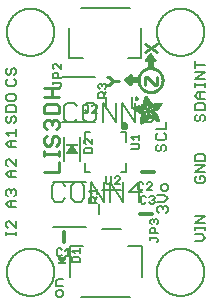
<source format=gbr>
G04 EAGLE Gerber RS-274X export*
G75*
%MOMM*%
%FSLAX34Y34*%
%LPD*%
%INSilkscreen Top*%
%IPPOS*%
%AMOC8*
5,1,8,0,0,1.08239X$1,22.5*%
G01*
%ADD10C,0.152400*%
%ADD11C,0.228600*%
%ADD12C,0.127000*%
%ADD13C,0.254000*%
%ADD14C,0.304800*%
%ADD15C,0.203200*%
%ADD16R,0.762000X0.127000*%
%ADD17C,0.406400*%
%ADD18R,1.000000X0.200000*%
%ADD19R,0.003800X0.034300*%
%ADD20R,0.003800X0.057200*%
%ADD21R,0.003800X0.076200*%
%ADD22R,0.003800X0.091400*%
%ADD23R,0.003800X0.102900*%
%ADD24R,0.003900X0.114300*%
%ADD25R,0.003800X0.129500*%
%ADD26R,0.003800X0.137200*%
%ADD27R,0.003800X0.144800*%
%ADD28R,0.003800X0.152400*%
%ADD29R,0.003800X0.160000*%
%ADD30R,0.003800X0.171500*%
%ADD31R,0.003800X0.175300*%
%ADD32R,0.003800X0.182900*%
%ADD33R,0.003800X0.190500*%
%ADD34R,0.003900X0.194300*%
%ADD35R,0.003800X0.201900*%
%ADD36R,0.003800X0.209500*%
%ADD37R,0.003800X0.213400*%
%ADD38R,0.003800X0.221000*%
%ADD39R,0.003800X0.224800*%
%ADD40R,0.003800X0.232400*%
%ADD41R,0.003800X0.240000*%
%ADD42R,0.003800X0.243800*%
%ADD43R,0.003800X0.247600*%
%ADD44R,0.003900X0.255300*%
%ADD45R,0.003800X0.259100*%
%ADD46R,0.003800X0.262900*%
%ADD47R,0.003800X0.270500*%
%ADD48R,0.003800X0.274300*%
%ADD49R,0.003800X0.281900*%
%ADD50R,0.003800X0.285700*%
%ADD51R,0.003800X0.289500*%
%ADD52R,0.003800X0.297200*%
%ADD53R,0.003800X0.301000*%
%ADD54R,0.003900X0.304800*%
%ADD55R,0.003800X0.312400*%
%ADD56R,0.003800X0.316200*%
%ADD57R,0.003800X0.320000*%
%ADD58R,0.003800X0.327600*%
%ADD59R,0.003800X0.331500*%
%ADD60R,0.003800X0.339100*%
%ADD61R,0.003800X0.342900*%
%ADD62R,0.003800X0.346700*%
%ADD63R,0.003800X0.354300*%
%ADD64R,0.003900X0.358100*%
%ADD65R,0.003800X0.361900*%
%ADD66R,0.003800X0.369600*%
%ADD67R,0.003800X0.373400*%
%ADD68R,0.003800X0.377200*%
%ADD69R,0.003800X0.384800*%
%ADD70R,0.003800X0.388600*%
%ADD71R,0.003800X0.396200*%
%ADD72R,0.003800X0.400000*%
%ADD73R,0.003800X0.403800*%
%ADD74R,0.003900X0.411500*%
%ADD75R,0.003800X0.415300*%
%ADD76R,0.003800X0.419100*%
%ADD77R,0.003800X0.045700*%
%ADD78R,0.003800X0.426700*%
%ADD79R,0.003800X0.072400*%
%ADD80R,0.003800X0.430500*%
%ADD81R,0.003800X0.095300*%
%ADD82R,0.003800X0.438100*%
%ADD83R,0.003800X0.110500*%
%ADD84R,0.003800X0.441900*%
%ADD85R,0.003800X0.445800*%
%ADD86R,0.003800X0.144700*%
%ADD87R,0.003800X0.453400*%
%ADD88R,0.003800X0.457200*%
%ADD89R,0.003900X0.175300*%
%ADD90R,0.003900X0.461000*%
%ADD91R,0.003800X0.468600*%
%ADD92R,0.003800X0.205800*%
%ADD93R,0.003800X0.472400*%
%ADD94R,0.003800X0.217200*%
%ADD95R,0.003800X0.476200*%
%ADD96R,0.003800X0.483900*%
%ADD97R,0.003800X0.247700*%
%ADD98R,0.003800X0.487700*%
%ADD99R,0.003800X0.495300*%
%ADD100R,0.003800X0.499100*%
%ADD101R,0.003800X0.502900*%
%ADD102R,0.003800X0.510500*%
%ADD103R,0.003900X0.308600*%
%ADD104R,0.003900X0.514300*%
%ADD105R,0.003800X0.323800*%
%ADD106R,0.003800X0.518100*%
%ADD107R,0.003800X0.335300*%
%ADD108R,0.003800X0.525800*%
%ADD109R,0.003800X0.529600*%
%ADD110R,0.003800X0.358100*%
%ADD111R,0.003800X0.533400*%
%ADD112R,0.003800X0.537200*%
%ADD113R,0.003800X0.381000*%
%ADD114R,0.003800X0.544800*%
%ADD115R,0.003800X0.392400*%
%ADD116R,0.003800X0.548600*%
%ADD117R,0.003800X0.552400*%
%ADD118R,0.003800X0.556200*%
%ADD119R,0.003900X0.422900*%
%ADD120R,0.003900X0.560100*%
%ADD121R,0.003800X0.434300*%
%ADD122R,0.003800X0.563900*%
%ADD123R,0.003800X0.567700*%
%ADD124R,0.003800X0.461000*%
%ADD125R,0.003800X0.571500*%
%ADD126R,0.003800X0.575300*%
%ADD127R,0.003800X0.480100*%
%ADD128R,0.003800X0.579100*%
%ADD129R,0.003800X0.491500*%
%ADD130R,0.003800X0.582900*%
%ADD131R,0.003800X0.586700*%
%ADD132R,0.003800X0.510600*%
%ADD133R,0.003800X0.590500*%
%ADD134R,0.003800X0.522000*%
%ADD135R,0.003800X0.594300*%
%ADD136R,0.003900X0.533400*%
%ADD137R,0.003900X0.598200*%
%ADD138R,0.003800X0.541000*%
%ADD139R,0.003800X0.602000*%
%ADD140R,0.003800X0.552500*%
%ADD141R,0.003800X0.605800*%
%ADD142R,0.003800X0.560100*%
%ADD143R,0.003800X0.609600*%
%ADD144R,0.003800X0.613400*%
%ADD145R,0.003800X0.583000*%
%ADD146R,0.003800X0.617200*%
%ADD147R,0.003800X0.594400*%
%ADD148R,0.003800X0.621000*%
%ADD149R,0.003800X0.598200*%
%ADD150R,0.003800X0.624800*%
%ADD151R,0.003900X0.613500*%
%ADD152R,0.003900X0.628600*%
%ADD153R,0.003800X0.632400*%
%ADD154R,0.003800X0.628600*%
%ADD155R,0.003800X0.636300*%
%ADD156R,0.003800X0.640100*%
%ADD157R,0.003800X0.636200*%
%ADD158R,0.003800X0.643900*%
%ADD159R,0.003800X0.647700*%
%ADD160R,0.003800X0.651500*%
%ADD161R,0.003800X0.659100*%
%ADD162R,0.003900X0.659100*%
%ADD163R,0.003900X0.655300*%
%ADD164R,0.003800X0.662900*%
%ADD165R,0.003800X0.655300*%
%ADD166R,0.003800X0.670500*%
%ADD167R,0.003800X0.670600*%
%ADD168R,0.003800X0.674400*%
%ADD169R,0.003800X0.682000*%
%ADD170R,0.003800X0.666700*%
%ADD171R,0.003800X0.685800*%
%ADD172R,0.003800X0.689600*%
%ADD173R,0.003900X0.693400*%
%ADD174R,0.003900X0.674400*%
%ADD175R,0.003800X0.697200*%
%ADD176R,0.003800X0.678200*%
%ADD177R,0.003800X0.697300*%
%ADD178R,0.003800X0.701100*%
%ADD179R,0.003800X0.704900*%
%ADD180R,0.003800X0.708700*%
%ADD181R,0.003800X0.712500*%
%ADD182R,0.003800X0.716300*%
%ADD183R,0.003900X0.720100*%
%ADD184R,0.003900X0.689600*%
%ADD185R,0.003800X0.720000*%
%ADD186R,0.003800X0.693400*%
%ADD187R,0.003800X0.723900*%
%ADD188R,0.003800X0.727700*%
%ADD189R,0.003800X0.731500*%
%ADD190R,0.003800X0.701000*%
%ADD191R,0.003800X0.735300*%
%ADD192R,0.003900X0.731500*%
%ADD193R,0.003900X0.701000*%
%ADD194R,0.003800X0.704800*%
%ADD195R,0.003800X0.739100*%
%ADD196R,0.003800X0.743000*%
%ADD197R,0.003800X0.739200*%
%ADD198R,0.003900X0.743000*%
%ADD199R,0.003900X0.704800*%
%ADD200R,0.003800X0.746800*%
%ADD201R,0.003900X0.746800*%
%ADD202R,0.003800X0.742900*%
%ADD203R,0.003800X0.746700*%
%ADD204R,0.003900X0.746700*%
%ADD205R,0.003800X1.428800*%
%ADD206R,0.003800X1.424900*%
%ADD207R,0.003900X1.421100*%
%ADD208R,0.003800X1.421100*%
%ADD209R,0.003800X1.417300*%
%ADD210R,0.003800X1.413500*%
%ADD211R,0.003800X1.409700*%
%ADD212R,0.003800X1.405900*%
%ADD213R,0.003800X1.402100*%
%ADD214R,0.003800X1.398300*%
%ADD215R,0.003900X0.983000*%
%ADD216R,0.003900X0.384800*%
%ADD217R,0.003800X0.971600*%
%ADD218R,0.003800X0.963900*%
%ADD219R,0.003800X0.956300*%
%ADD220R,0.003800X0.365800*%
%ADD221R,0.003800X0.952500*%
%ADD222R,0.003800X0.941000*%
%ADD223R,0.003800X0.358200*%
%ADD224R,0.003800X0.937200*%
%ADD225R,0.003800X0.933400*%
%ADD226R,0.003800X0.354400*%
%ADD227R,0.003800X0.925800*%
%ADD228R,0.003800X0.350500*%
%ADD229R,0.003800X0.922000*%
%ADD230R,0.003900X0.918200*%
%ADD231R,0.003900X0.346700*%
%ADD232R,0.003800X0.910600*%
%ADD233R,0.003800X0.906800*%
%ADD234R,0.003800X0.903000*%
%ADD235R,0.003800X0.339000*%
%ADD236R,0.003800X0.895300*%
%ADD237R,0.003800X0.335200*%
%ADD238R,0.003800X0.887700*%
%ADD239R,0.003800X0.883900*%
%ADD240R,0.003800X0.331400*%
%ADD241R,0.003800X0.880100*%
%ADD242R,0.003800X0.876300*%
%ADD243R,0.003900X0.468600*%
%ADD244R,0.003900X0.396200*%
%ADD245R,0.003900X0.323800*%
%ADD246R,0.003800X0.449600*%
%ADD247R,0.003800X0.323900*%
%ADD248R,0.003800X0.442000*%
%ADD249R,0.003800X0.434400*%
%ADD250R,0.003800X0.320100*%
%ADD251R,0.003800X0.316300*%
%ADD252R,0.003800X0.426800*%
%ADD253R,0.003800X0.327700*%
%ADD254R,0.003800X0.312500*%
%ADD255R,0.003800X0.422900*%
%ADD256R,0.003800X0.308600*%
%ADD257R,0.003800X0.293400*%
%ADD258R,0.003800X0.304800*%
%ADD259R,0.003900X0.419100*%
%ADD260R,0.003900X0.285700*%
%ADD261R,0.003900X0.301000*%
%ADD262R,0.003800X0.411500*%
%ADD263R,0.003800X0.407700*%
%ADD264R,0.003800X0.289600*%
%ADD265R,0.003800X0.285800*%
%ADD266R,0.003800X0.403900*%
%ADD267R,0.003800X0.228600*%
%ADD268R,0.003900X0.403900*%
%ADD269R,0.003900X0.221000*%
%ADD270R,0.003900X0.278100*%
%ADD271R,0.003800X0.400100*%
%ADD272R,0.003800X0.209600*%
%ADD273R,0.003800X0.266700*%
%ADD274R,0.003800X0.038100*%
%ADD275R,0.003800X0.194300*%
%ADD276R,0.003800X0.148600*%
%ADD277R,0.003800X0.259000*%
%ADD278R,0.003800X0.182800*%
%ADD279R,0.003800X0.186700*%
%ADD280R,0.003800X0.251400*%
%ADD281R,0.003800X0.179100*%
%ADD282R,0.003800X0.236200*%
%ADD283R,0.003900X0.243900*%
%ADD284R,0.003900X0.282000*%
%ADD285R,0.003800X0.167700*%
%ADD286R,0.003800X0.236300*%
%ADD287R,0.003800X0.396300*%
%ADD288R,0.003800X0.163900*%
%ADD289R,0.003800X0.392500*%
%ADD290R,0.003800X0.160100*%
%ADD291R,0.003800X0.586800*%
%ADD292R,0.003800X0.148500*%
%ADD293R,0.003800X0.140900*%
%ADD294R,0.003900X0.392400*%
%ADD295R,0.003900X0.140900*%
%ADD296R,0.003900X0.647700*%
%ADD297R,0.003800X0.133300*%
%ADD298R,0.003800X0.674300*%
%ADD299R,0.003800X0.388700*%
%ADD300R,0.003800X0.125700*%
%ADD301R,0.003800X0.121900*%
%ADD302R,0.003800X0.720100*%
%ADD303R,0.003800X0.118100*%
%ADD304R,0.003900X0.118100*%
%ADD305R,0.003900X0.739100*%
%ADD306R,0.003800X0.114300*%
%ADD307R,0.003800X0.754400*%
%ADD308R,0.003800X0.765800*%
%ADD309R,0.003800X0.773400*%
%ADD310R,0.003800X0.784800*%
%ADD311R,0.003800X0.118200*%
%ADD312R,0.003800X0.792500*%
%ADD313R,0.003800X0.803900*%
%ADD314R,0.003800X0.122000*%
%ADD315R,0.003800X0.815400*%
%ADD316R,0.003800X0.125800*%
%ADD317R,0.003800X0.826800*%
%ADD318R,0.003900X0.369500*%
%ADD319R,0.003900X0.133400*%
%ADD320R,0.003900X0.842000*%
%ADD321R,0.003800X0.365700*%
%ADD322R,0.003800X1.009700*%
%ADD323R,0.003800X1.013500*%
%ADD324R,0.003800X0.362000*%
%ADD325R,0.003800X1.024900*%
%ADD326R,0.003800X1.028700*%
%ADD327R,0.003800X1.036300*%
%ADD328R,0.003800X1.047800*%
%ADD329R,0.003800X1.055400*%
%ADD330R,0.003800X1.070600*%
%ADD331R,0.003800X0.030500*%
%ADD332R,0.003800X1.436400*%
%ADD333R,0.003900X1.562100*%
%ADD334R,0.003800X1.588700*%
%ADD335R,0.003800X1.607800*%
%ADD336R,0.003800X1.626900*%
%ADD337R,0.003800X1.642100*%
%ADD338R,0.003800X1.657400*%
%ADD339R,0.003800X1.676400*%
%ADD340R,0.003800X1.687800*%
%ADD341R,0.003800X1.703000*%
%ADD342R,0.003800X1.714500*%
%ADD343R,0.003900X1.726000*%
%ADD344R,0.003800X1.741200*%
%ADD345R,0.003800X0.914400*%
%ADD346R,0.003800X0.769600*%
%ADD347R,0.003800X0.884000*%
%ADD348R,0.003800X0.712400*%
%ADD349R,0.003900X0.880100*%
%ADD350R,0.003800X0.887800*%
%ADD351R,0.003800X0.891600*%
%ADD352R,0.003800X0.895400*%
%ADD353R,0.003800X0.251500*%
%ADD354R,0.003900X0.579200*%
%ADD355R,0.003800X0.243900*%
%ADD356R,0.003800X0.556300*%
%ADD357R,0.003800X0.255200*%
%ADD358R,0.003800X0.529500*%
%ADD359R,0.003800X0.731600*%
%ADD360R,0.003900X0.525800*%
%ADD361R,0.003900X0.281900*%
%ADD362R,0.003900X0.735400*%
%ADD363R,0.003800X0.300900*%
%ADD364R,0.003800X0.762000*%
%ADD365R,0.003800X0.518200*%
%ADD366R,0.003800X0.350600*%
%ADD367R,0.003800X0.796300*%
%ADD368R,0.003800X0.807800*%
%ADD369R,0.003800X0.506700*%
%ADD370R,0.003800X0.849600*%
%ADD371R,0.003900X0.506700*%
%ADD372R,0.003900X1.371600*%
%ADD373R,0.003800X1.207800*%
%ADD374R,0.003800X0.503000*%
%ADD375R,0.003800X0.141000*%
%ADD376R,0.003800X1.203900*%
%ADD377R,0.003800X1.204000*%
%ADD378R,0.003800X1.200200*%
%ADD379R,0.003900X0.499100*%
%ADD380R,0.003900X0.156200*%
%ADD381R,0.003900X1.196400*%
%ADD382R,0.003800X1.196400*%
%ADD383R,0.003800X0.163800*%
%ADD384R,0.003800X0.167600*%
%ADD385R,0.003800X1.192500*%
%ADD386R,0.003800X0.499200*%
%ADD387R,0.003800X1.188700*%
%ADD388R,0.003800X0.506800*%
%ADD389R,0.003800X1.184900*%
%ADD390R,0.003900X0.510600*%
%ADD391R,0.003900X0.209600*%
%ADD392R,0.003900X1.181100*%
%ADD393R,0.003800X0.514400*%
%ADD394R,0.003800X1.181100*%
%ADD395R,0.003800X1.177300*%
%ADD396R,0.003800X0.240100*%
%ADD397R,0.003800X1.173500*%
%ADD398R,0.003800X1.169700*%
%ADD399R,0.003800X1.165900*%
%ADD400R,0.003800X1.162100*%
%ADD401R,0.003900X0.929700*%
%ADD402R,0.003900X1.162100*%
%ADD403R,0.003800X0.929700*%
%ADD404R,0.003800X1.154500*%
%ADD405R,0.003800X0.933500*%
%ADD406R,0.003800X1.150600*%
%ADD407R,0.003800X0.937300*%
%ADD408R,0.003800X1.146800*%
%ADD409R,0.003800X0.941100*%
%ADD410R,0.003800X1.139200*%
%ADD411R,0.003800X0.944900*%
%ADD412R,0.003800X1.135400*%
%ADD413R,0.003800X0.948700*%
%ADD414R,0.003800X1.127800*%
%ADD415R,0.003800X1.124000*%
%ADD416R,0.003800X1.116400*%
%ADD417R,0.003900X0.956300*%
%ADD418R,0.003900X1.104900*%
%ADD419R,0.003800X0.960100*%
%ADD420R,0.003800X1.093500*%
%ADD421R,0.003800X1.085900*%
%ADD422R,0.003800X0.967800*%
%ADD423R,0.003800X1.074500*%
%ADD424R,0.003800X1.063000*%
%ADD425R,0.003800X0.975400*%
%ADD426R,0.003800X1.036400*%
%ADD427R,0.003800X0.979200*%
%ADD428R,0.003800X1.021000*%
%ADD429R,0.003800X0.983000*%
%ADD430R,0.003800X1.009600*%
%ADD431R,0.003800X0.986800*%
%ADD432R,0.003800X0.998200*%
%ADD433R,0.003900X0.990600*%
%ADD434R,0.003900X0.986700*%
%ADD435R,0.003800X0.994400*%
%ADD436R,0.003800X0.975300*%
%ADD437R,0.003800X0.948600*%
%ADD438R,0.003800X1.002000*%
%ADD439R,0.003800X0.213300*%
%ADD440R,0.003800X0.217100*%
%ADD441R,0.003800X1.017300*%
%ADD442R,0.003800X0.666800*%
%ADD443R,0.003800X0.220900*%
%ADD444R,0.003900X1.028700*%
%ADD445R,0.003900X0.224700*%
%ADD446R,0.003800X1.032500*%
%ADD447R,0.003800X1.040100*%
%ADD448R,0.003800X1.043900*%
%ADD449R,0.003800X0.548700*%
%ADD450R,0.003800X1.051500*%
%ADD451R,0.003800X1.055300*%
%ADD452R,0.003800X1.059100*%
%ADD453R,0.003800X1.062900*%
%ADD454R,0.003800X0.255300*%
%ADD455R,0.003900X1.066800*%
%ADD456R,0.003900X0.259100*%
%ADD457R,0.003900X0.457200*%
%ADD458R,0.003800X0.423000*%
%ADD459R,0.003800X1.082100*%
%ADD460R,0.003800X0.274400*%
%ADD461R,0.003800X0.278200*%
%ADD462R,0.003800X1.101100*%
%ADD463R,0.003800X0.278100*%
%ADD464R,0.003900X0.876300*%
%ADD465R,0.003900X0.236200*%
%ADD466R,0.003900X0.289600*%
%ADD467R,0.003900X0.247700*%
%ADD468R,0.003800X0.049500*%
%ADD469R,0.003900X0.640100*%
%ADD470R,0.003800X0.659200*%
%ADD471R,0.003800X0.663000*%
%ADD472R,0.003900X0.872500*%
%ADD473R,0.003900X0.666800*%
%ADD474R,0.003800X0.872500*%
%ADD475R,0.003800X0.868700*%
%ADD476R,0.003800X0.864900*%
%ADD477R,0.003800X0.861100*%
%ADD478R,0.003800X0.857300*%
%ADD479R,0.003800X0.853400*%
%ADD480R,0.003800X0.845800*%
%ADD481R,0.003900X0.682000*%
%ADD482R,0.003800X0.842000*%
%ADD483R,0.003800X0.834400*%
%ADD484R,0.003800X0.823000*%
%ADD485R,0.003800X0.815300*%
%ADD486R,0.003800X0.811500*%
%ADD487R,0.003800X0.788700*%
%ADD488R,0.003900X0.777300*%
%ADD489R,0.003800X0.750600*%
%ADD490R,0.003800X0.735400*%
%ADD491R,0.003800X0.727800*%
%ADD492R,0.003800X0.628700*%
%ADD493R,0.003800X0.575400*%
%ADD494R,0.003900X0.670600*%
%ADD495R,0.003800X0.655400*%
%ADD496R,0.003900X0.651500*%
%ADD497R,0.003900X0.624800*%
%ADD498R,0.003900X0.594400*%
%ADD499R,0.003900X0.563900*%
%ADD500R,0.003800X0.541100*%
%ADD501R,0.003800X0.537300*%
%ADD502R,0.003800X0.525700*%
%ADD503R,0.003900X0.525700*%
%ADD504R,0.003800X0.514300*%
%ADD505R,0.003900X0.480100*%
%ADD506R,0.003800X0.464800*%
%ADD507R,0.003900X0.442000*%
%ADD508R,0.003800X0.438200*%
%ADD509R,0.003800X0.430600*%
%ADD510R,0.003800X0.407600*%
%ADD511R,0.003900X0.403800*%
%ADD512R,0.003900X0.365700*%
%ADD513R,0.003900X0.327700*%
%ADD514R,0.003900X0.243800*%
%ADD515R,0.003900X0.205800*%
%ADD516R,0.003800X0.198100*%
%ADD517R,0.003900X0.163800*%
%ADD518R,0.003800X0.137100*%
%ADD519R,0.003900X0.091500*%
%ADD520R,0.003800X0.060900*%

G36*
X110509Y182850D02*
X110509Y182850D01*
X110620Y182848D01*
X110668Y182860D01*
X110717Y182863D01*
X110821Y182897D01*
X110929Y182923D01*
X110973Y182946D01*
X111019Y182961D01*
X111112Y183020D01*
X111210Y183072D01*
X111246Y183105D01*
X111288Y183131D01*
X111364Y183212D01*
X111445Y183286D01*
X111472Y183327D01*
X111506Y183363D01*
X111559Y183459D01*
X111620Y183551D01*
X111636Y183598D01*
X111660Y183641D01*
X111687Y183748D01*
X111723Y183852D01*
X111727Y183901D01*
X111739Y183949D01*
X111749Y184110D01*
X111749Y185381D01*
X116830Y185381D01*
X116948Y185396D01*
X117067Y185403D01*
X117105Y185416D01*
X117146Y185421D01*
X117256Y185464D01*
X117369Y185501D01*
X117404Y185523D01*
X117441Y185538D01*
X117537Y185608D01*
X117638Y185671D01*
X117666Y185701D01*
X117699Y185724D01*
X117775Y185816D01*
X117856Y185903D01*
X117876Y185938D01*
X117901Y185969D01*
X117952Y186077D01*
X118010Y186181D01*
X118020Y186221D01*
X118037Y186257D01*
X118059Y186374D01*
X118089Y186489D01*
X118093Y186550D01*
X118097Y186570D01*
X118095Y186590D01*
X118099Y186650D01*
X118099Y189190D01*
X118084Y189308D01*
X118077Y189427D01*
X118064Y189465D01*
X118059Y189506D01*
X118016Y189616D01*
X117979Y189729D01*
X117957Y189764D01*
X117942Y189801D01*
X117873Y189897D01*
X117809Y189998D01*
X117779Y190026D01*
X117756Y190059D01*
X117664Y190135D01*
X117577Y190216D01*
X117542Y190236D01*
X117511Y190261D01*
X117403Y190312D01*
X117299Y190370D01*
X117259Y190380D01*
X117223Y190397D01*
X117106Y190419D01*
X116991Y190449D01*
X116931Y190453D01*
X116911Y190457D01*
X116890Y190455D01*
X116830Y190459D01*
X111749Y190459D01*
X111749Y191730D01*
X111743Y191779D01*
X111745Y191828D01*
X111731Y191899D01*
X111727Y191962D01*
X111715Y191998D01*
X111709Y192046D01*
X111691Y192091D01*
X111681Y192140D01*
X111646Y192212D01*
X111629Y192265D01*
X111612Y192292D01*
X111592Y192341D01*
X111563Y192381D01*
X111542Y192426D01*
X111485Y192492D01*
X111459Y192534D01*
X111440Y192552D01*
X111406Y192599D01*
X111367Y192630D01*
X111335Y192668D01*
X111259Y192721D01*
X111227Y192752D01*
X111208Y192762D01*
X111161Y192801D01*
X111116Y192822D01*
X111075Y192851D01*
X110984Y192886D01*
X110949Y192905D01*
X110931Y192910D01*
X110873Y192937D01*
X110824Y192946D01*
X110778Y192964D01*
X110678Y192975D01*
X110641Y192985D01*
X110616Y192986D01*
X110561Y192997D01*
X110511Y192994D01*
X110462Y192999D01*
X110353Y192984D01*
X110243Y192977D01*
X110196Y192962D01*
X110147Y192955D01*
X110045Y192913D01*
X109941Y192879D01*
X109899Y192852D01*
X109879Y192844D01*
X109863Y192838D01*
X109862Y192837D01*
X109853Y192834D01*
X109718Y192745D01*
X104638Y188935D01*
X104570Y188869D01*
X104534Y188843D01*
X104506Y188809D01*
X104435Y188744D01*
X104424Y188728D01*
X104410Y188714D01*
X104359Y188632D01*
X104332Y188598D01*
X104313Y188559D01*
X104260Y188479D01*
X104254Y188460D01*
X104244Y188443D01*
X104215Y188351D01*
X104196Y188311D01*
X104188Y188267D01*
X104157Y188178D01*
X104156Y188158D01*
X104150Y188139D01*
X104145Y188045D01*
X104136Y187998D01*
X104139Y187951D01*
X104132Y187861D01*
X104136Y187841D01*
X104135Y187822D01*
X104153Y187733D01*
X104156Y187681D01*
X104172Y187632D01*
X104187Y187547D01*
X104195Y187529D01*
X104199Y187510D01*
X104236Y187433D01*
X104254Y187378D01*
X104285Y187330D01*
X104317Y187258D01*
X104330Y187242D01*
X104338Y187224D01*
X104390Y187164D01*
X104424Y187110D01*
X104470Y187066D01*
X104516Y187009D01*
X104537Y186991D01*
X104545Y186982D01*
X104561Y186971D01*
X104638Y186905D01*
X109718Y183095D01*
X109761Y183070D01*
X109799Y183039D01*
X109899Y182992D01*
X109995Y182937D01*
X110043Y182924D01*
X110087Y182903D01*
X110195Y182882D01*
X110302Y182853D01*
X110351Y182853D01*
X110400Y182843D01*
X110509Y182850D01*
G37*
G36*
X128398Y196906D02*
X128398Y196906D01*
X128517Y196913D01*
X128555Y196926D01*
X128596Y196931D01*
X128706Y196974D01*
X128819Y197011D01*
X128854Y197033D01*
X128891Y197048D01*
X128987Y197118D01*
X129088Y197181D01*
X129116Y197211D01*
X129149Y197234D01*
X129225Y197326D01*
X129306Y197413D01*
X129326Y197448D01*
X129351Y197479D01*
X129402Y197587D01*
X129460Y197691D01*
X129470Y197731D01*
X129487Y197767D01*
X129509Y197884D01*
X129539Y197999D01*
X129543Y198060D01*
X129547Y198080D01*
X129545Y198100D01*
X129549Y198160D01*
X129549Y203241D01*
X130820Y203241D01*
X130869Y203247D01*
X130918Y203245D01*
X131026Y203267D01*
X131136Y203281D01*
X131181Y203299D01*
X131230Y203309D01*
X131329Y203357D01*
X131431Y203398D01*
X131471Y203427D01*
X131516Y203448D01*
X131599Y203520D01*
X131689Y203584D01*
X131720Y203623D01*
X131758Y203655D01*
X131821Y203745D01*
X131891Y203829D01*
X131912Y203874D01*
X131941Y203915D01*
X131980Y204018D01*
X132027Y204117D01*
X132036Y204166D01*
X132054Y204212D01*
X132066Y204322D01*
X132087Y204430D01*
X132084Y204479D01*
X132089Y204528D01*
X132074Y204637D01*
X132067Y204747D01*
X132052Y204794D01*
X132045Y204843D01*
X132003Y204945D01*
X131969Y205049D01*
X131942Y205091D01*
X131924Y205137D01*
X131835Y205272D01*
X128025Y210352D01*
X128007Y210371D01*
X127994Y210391D01*
X127921Y210460D01*
X127834Y210555D01*
X127818Y210566D01*
X127804Y210580D01*
X127773Y210599D01*
X127762Y210609D01*
X127707Y210640D01*
X127685Y210653D01*
X127569Y210730D01*
X127550Y210736D01*
X127533Y210746D01*
X127488Y210760D01*
X127484Y210763D01*
X127461Y210769D01*
X127400Y210788D01*
X127268Y210833D01*
X127248Y210834D01*
X127229Y210840D01*
X127147Y210844D01*
X127033Y210851D01*
X126951Y210858D01*
X126931Y210855D01*
X126912Y210855D01*
X126775Y210827D01*
X126695Y210813D01*
X126689Y210813D01*
X126688Y210812D01*
X126637Y210803D01*
X126619Y210795D01*
X126600Y210791D01*
X126475Y210730D01*
X126433Y210711D01*
X126394Y210696D01*
X126386Y210690D01*
X126348Y210673D01*
X126332Y210660D01*
X126314Y210652D01*
X126208Y210561D01*
X126205Y210558D01*
X126136Y210509D01*
X126124Y210494D01*
X126099Y210474D01*
X126081Y210453D01*
X126072Y210445D01*
X126061Y210429D01*
X125995Y210352D01*
X122185Y205272D01*
X122160Y205229D01*
X122129Y205191D01*
X122082Y205091D01*
X122027Y204995D01*
X122014Y204947D01*
X121993Y204903D01*
X121972Y204795D01*
X121943Y204688D01*
X121943Y204639D01*
X121933Y204591D01*
X121940Y204481D01*
X121938Y204370D01*
X121950Y204322D01*
X121953Y204273D01*
X121987Y204169D01*
X122013Y204061D01*
X122036Y204017D01*
X122051Y203971D01*
X122110Y203878D01*
X122162Y203780D01*
X122195Y203744D01*
X122221Y203702D01*
X122302Y203626D01*
X122376Y203545D01*
X122417Y203518D01*
X122453Y203484D01*
X122549Y203431D01*
X122641Y203370D01*
X122688Y203354D01*
X122731Y203330D01*
X122838Y203303D01*
X122942Y203267D01*
X122991Y203263D01*
X123039Y203251D01*
X123200Y203241D01*
X124471Y203241D01*
X124471Y198160D01*
X124486Y198042D01*
X124493Y197923D01*
X124506Y197885D01*
X124511Y197844D01*
X124554Y197734D01*
X124591Y197621D01*
X124613Y197586D01*
X124628Y197549D01*
X124698Y197453D01*
X124761Y197352D01*
X124791Y197324D01*
X124814Y197291D01*
X124906Y197216D01*
X124993Y197134D01*
X125028Y197114D01*
X125059Y197089D01*
X125167Y197038D01*
X125271Y196980D01*
X125311Y196970D01*
X125347Y196953D01*
X125464Y196931D01*
X125579Y196901D01*
X125640Y196897D01*
X125660Y196893D01*
X125680Y196895D01*
X125740Y196891D01*
X128280Y196891D01*
X128398Y196906D01*
G37*
G36*
X62396Y126535D02*
X62396Y126535D01*
X62468Y126535D01*
X62536Y126555D01*
X62607Y126565D01*
X62672Y126594D01*
X62741Y126614D01*
X62801Y126652D01*
X62866Y126681D01*
X62921Y126727D01*
X62981Y126765D01*
X63029Y126819D01*
X63083Y126865D01*
X63123Y126924D01*
X63170Y126978D01*
X63201Y127042D01*
X63241Y127101D01*
X63262Y127170D01*
X63293Y127234D01*
X63305Y127304D01*
X63326Y127372D01*
X63328Y127444D01*
X63340Y127515D01*
X63332Y127585D01*
X63334Y127656D01*
X63315Y127726D01*
X63307Y127797D01*
X63282Y127852D01*
X63262Y127931D01*
X63201Y128034D01*
X63170Y128103D01*
X61170Y131103D01*
X61093Y131190D01*
X61020Y131280D01*
X60998Y131295D01*
X60980Y131315D01*
X60883Y131377D01*
X60788Y131444D01*
X60762Y131452D01*
X60740Y131467D01*
X60629Y131499D01*
X60519Y131537D01*
X60492Y131538D01*
X60467Y131545D01*
X60351Y131545D01*
X60235Y131551D01*
X60209Y131545D01*
X60182Y131545D01*
X60071Y131513D01*
X59958Y131487D01*
X59935Y131474D01*
X59909Y131466D01*
X59811Y131404D01*
X59710Y131348D01*
X59694Y131330D01*
X59669Y131315D01*
X59484Y131107D01*
X59480Y131103D01*
X57480Y128103D01*
X57449Y128039D01*
X57410Y127979D01*
X57388Y127911D01*
X57357Y127847D01*
X57345Y127776D01*
X57324Y127708D01*
X57322Y127637D01*
X57310Y127567D01*
X57318Y127495D01*
X57316Y127424D01*
X57334Y127355D01*
X57343Y127284D01*
X57370Y127218D01*
X57388Y127149D01*
X57425Y127088D01*
X57452Y127022D01*
X57497Y126966D01*
X57534Y126904D01*
X57585Y126855D01*
X57630Y126800D01*
X57689Y126759D01*
X57741Y126710D01*
X57804Y126677D01*
X57862Y126636D01*
X57930Y126613D01*
X57994Y126580D01*
X58053Y126570D01*
X58131Y126543D01*
X58250Y126537D01*
X58325Y126525D01*
X62325Y126525D01*
X62396Y126535D01*
G37*
G36*
X52109Y33406D02*
X52109Y33406D01*
X52129Y33404D01*
X52230Y33429D01*
X52332Y33448D01*
X52349Y33458D01*
X52368Y33462D01*
X52456Y33518D01*
X52546Y33569D01*
X52563Y33586D01*
X52576Y33594D01*
X52596Y33619D01*
X52664Y33687D01*
X55204Y36862D01*
X55219Y36888D01*
X55240Y36910D01*
X55279Y36995D01*
X55325Y37077D01*
X55331Y37106D01*
X55343Y37133D01*
X55353Y37226D01*
X55371Y37318D01*
X55367Y37348D01*
X55370Y37377D01*
X55350Y37469D01*
X55338Y37562D01*
X55324Y37589D01*
X55318Y37618D01*
X55270Y37698D01*
X55228Y37782D01*
X55207Y37803D01*
X55192Y37829D01*
X55120Y37890D01*
X55054Y37956D01*
X55028Y37969D01*
X55005Y37989D01*
X54918Y38024D01*
X54834Y38066D01*
X54804Y38070D01*
X54777Y38081D01*
X54610Y38099D01*
X49530Y38099D01*
X49501Y38094D01*
X49471Y38097D01*
X49380Y38075D01*
X49287Y38060D01*
X49261Y38046D01*
X49232Y38039D01*
X49153Y37988D01*
X49070Y37944D01*
X49049Y37923D01*
X49024Y37907D01*
X48965Y37834D01*
X48901Y37766D01*
X48888Y37739D01*
X48869Y37716D01*
X48836Y37628D01*
X48797Y37543D01*
X48794Y37513D01*
X48783Y37486D01*
X48780Y37392D01*
X48770Y37299D01*
X48776Y37269D01*
X48775Y37240D01*
X48802Y37150D01*
X48822Y37058D01*
X48837Y37033D01*
X48846Y37004D01*
X48936Y36862D01*
X51476Y33687D01*
X51553Y33618D01*
X51626Y33545D01*
X51644Y33536D01*
X51658Y33523D01*
X51754Y33481D01*
X51846Y33435D01*
X51866Y33433D01*
X51884Y33425D01*
X51987Y33416D01*
X52090Y33402D01*
X52109Y33406D01*
G37*
D10*
X164585Y51788D02*
X170347Y51788D01*
X173228Y54670D01*
X170347Y57551D01*
X164585Y57551D01*
X173228Y61144D02*
X173228Y64025D01*
X173228Y62584D02*
X164585Y62584D01*
X164585Y61144D02*
X164585Y64025D01*
X164585Y67380D02*
X173228Y67380D01*
X173228Y73143D02*
X164585Y67380D01*
X164585Y73143D02*
X173228Y73143D01*
X134275Y75629D02*
X132835Y77070D01*
X132835Y79951D01*
X134275Y81391D01*
X135716Y81391D01*
X137156Y79951D01*
X137156Y78510D01*
X137156Y79951D02*
X138597Y81391D01*
X140037Y81391D01*
X141478Y79951D01*
X141478Y77070D01*
X140037Y75629D01*
X138597Y84984D02*
X132835Y84984D01*
X138597Y84984D02*
X141478Y87866D01*
X138597Y90747D01*
X132835Y90747D01*
X141478Y95780D02*
X141478Y98661D01*
X140037Y100102D01*
X137156Y100102D01*
X135716Y98661D01*
X135716Y95780D01*
X137156Y94340D01*
X140037Y94340D01*
X141478Y95780D01*
X164585Y105351D02*
X166025Y106791D01*
X164585Y105351D02*
X164585Y102470D01*
X166025Y101029D01*
X171787Y101029D01*
X173228Y102470D01*
X173228Y105351D01*
X171787Y106791D01*
X168906Y106791D01*
X168906Y103910D01*
X164585Y110384D02*
X173228Y110384D01*
X173228Y116147D02*
X164585Y110384D01*
X164585Y116147D02*
X173228Y116147D01*
X173228Y119740D02*
X164585Y119740D01*
X173228Y119740D02*
X173228Y124061D01*
X171787Y125502D01*
X166025Y125502D01*
X164585Y124061D01*
X164585Y119740D01*
X133005Y133461D02*
X131565Y132021D01*
X131565Y129140D01*
X133005Y127699D01*
X134446Y127699D01*
X135886Y129140D01*
X135886Y132021D01*
X137327Y133461D01*
X138767Y133461D01*
X140208Y132021D01*
X140208Y129140D01*
X138767Y127699D01*
X131565Y141376D02*
X133005Y142817D01*
X131565Y141376D02*
X131565Y138495D01*
X133005Y137054D01*
X138767Y137054D01*
X140208Y138495D01*
X140208Y141376D01*
X138767Y142817D01*
X140208Y146410D02*
X131565Y146410D01*
X140208Y146410D02*
X140208Y152172D01*
X164585Y157421D02*
X166025Y158861D01*
X164585Y157421D02*
X164585Y154540D01*
X166025Y153099D01*
X167466Y153099D01*
X168906Y154540D01*
X168906Y157421D01*
X170347Y158861D01*
X171787Y158861D01*
X173228Y157421D01*
X173228Y154540D01*
X171787Y153099D01*
X173228Y162454D02*
X164585Y162454D01*
X173228Y162454D02*
X173228Y166776D01*
X171787Y168217D01*
X166025Y168217D01*
X164585Y166776D01*
X164585Y162454D01*
X167466Y171810D02*
X173228Y171810D01*
X167466Y171810D02*
X164585Y174691D01*
X167466Y177572D01*
X173228Y177572D01*
X168906Y177572D02*
X168906Y171810D01*
X173228Y182598D02*
X173228Y185480D01*
X173228Y184039D02*
X164585Y184039D01*
X164585Y182598D02*
X164585Y185480D01*
X164585Y188835D02*
X173228Y188835D01*
X173228Y194597D02*
X164585Y188835D01*
X164585Y194597D02*
X173228Y194597D01*
X173228Y201072D02*
X164585Y201072D01*
X164585Y203953D02*
X164585Y198190D01*
D11*
X49403Y110029D02*
X36946Y110029D01*
X49403Y110029D02*
X49403Y118333D01*
X49403Y123594D02*
X49403Y127746D01*
X49403Y125670D02*
X36946Y125670D01*
X36946Y123594D02*
X36946Y127746D01*
X36946Y138865D02*
X39022Y140942D01*
X36946Y138865D02*
X36946Y134713D01*
X39022Y132637D01*
X41099Y132637D01*
X43175Y134713D01*
X43175Y138865D01*
X45251Y140942D01*
X47327Y140942D01*
X49403Y138865D01*
X49403Y134713D01*
X47327Y132637D01*
X39022Y146202D02*
X36946Y148278D01*
X36946Y152430D01*
X39022Y154507D01*
X41099Y154507D01*
X43175Y152430D01*
X43175Y150354D01*
X43175Y152430D02*
X45251Y154507D01*
X47327Y154507D01*
X49403Y152430D01*
X49403Y148278D01*
X47327Y146202D01*
X49403Y159767D02*
X36946Y159767D01*
X49403Y159767D02*
X49403Y165996D01*
X47327Y168072D01*
X39022Y168072D01*
X36946Y165996D01*
X36946Y159767D01*
X36946Y173332D02*
X49403Y173332D01*
X43175Y173332D02*
X43175Y181637D01*
X49403Y181637D02*
X36946Y181637D01*
D12*
X52705Y8894D02*
X52705Y5928D01*
X52705Y8894D02*
X51222Y10377D01*
X48256Y10377D01*
X46773Y8894D01*
X46773Y5928D01*
X48256Y4445D01*
X51222Y4445D01*
X52705Y5928D01*
X52705Y13800D02*
X46773Y13800D01*
X46773Y18249D01*
X48256Y19732D01*
X52705Y19732D01*
D13*
X90151Y184110D02*
X91846Y184110D01*
X95236Y187500D01*
X91846Y190889D01*
X90151Y190889D01*
X95236Y187500D02*
X100320Y187500D01*
X121921Y211866D02*
X132090Y218645D01*
X132090Y211866D02*
X121921Y218645D01*
X121921Y190705D02*
X121921Y183926D01*
X121921Y190705D02*
X123616Y190705D01*
X130395Y183926D01*
X132090Y183926D01*
X132090Y190705D01*
X137170Y188000D02*
X137167Y188246D01*
X137158Y188491D01*
X137143Y188736D01*
X137123Y188981D01*
X137096Y189225D01*
X137063Y189468D01*
X137025Y189711D01*
X136981Y189952D01*
X136931Y190192D01*
X136875Y190431D01*
X136813Y190669D01*
X136746Y190905D01*
X136673Y191140D01*
X136594Y191372D01*
X136510Y191603D01*
X136420Y191831D01*
X136325Y192058D01*
X136224Y192281D01*
X136118Y192503D01*
X136006Y192722D01*
X135890Y192938D01*
X135768Y193151D01*
X135641Y193361D01*
X135509Y193568D01*
X135372Y193772D01*
X135230Y193972D01*
X135083Y194169D01*
X134931Y194362D01*
X134775Y194552D01*
X134615Y194737D01*
X134450Y194919D01*
X134280Y195097D01*
X134107Y195270D01*
X133929Y195440D01*
X133747Y195605D01*
X133562Y195765D01*
X133372Y195921D01*
X133179Y196073D01*
X132982Y196220D01*
X132782Y196362D01*
X132578Y196499D01*
X132371Y196631D01*
X132161Y196758D01*
X131948Y196880D01*
X131732Y196996D01*
X131513Y197108D01*
X131291Y197214D01*
X131068Y197315D01*
X130841Y197410D01*
X130613Y197500D01*
X130382Y197584D01*
X130150Y197663D01*
X129915Y197736D01*
X129679Y197803D01*
X129441Y197865D01*
X129202Y197921D01*
X128962Y197971D01*
X128721Y198015D01*
X128478Y198053D01*
X128235Y198086D01*
X127991Y198113D01*
X127746Y198133D01*
X127501Y198148D01*
X127256Y198157D01*
X127010Y198160D01*
X137170Y188000D02*
X137167Y187754D01*
X137158Y187509D01*
X137143Y187264D01*
X137123Y187019D01*
X137096Y186775D01*
X137063Y186532D01*
X137025Y186289D01*
X136981Y186048D01*
X136931Y185808D01*
X136875Y185569D01*
X136813Y185331D01*
X136746Y185095D01*
X136673Y184860D01*
X136594Y184628D01*
X136510Y184397D01*
X136420Y184169D01*
X136325Y183942D01*
X136224Y183719D01*
X136118Y183497D01*
X136006Y183278D01*
X135890Y183062D01*
X135768Y182849D01*
X135641Y182639D01*
X135509Y182432D01*
X135372Y182228D01*
X135230Y182028D01*
X135083Y181831D01*
X134931Y181638D01*
X134775Y181448D01*
X134615Y181263D01*
X134450Y181081D01*
X134280Y180903D01*
X134107Y180730D01*
X133929Y180560D01*
X133747Y180395D01*
X133562Y180235D01*
X133372Y180079D01*
X133179Y179927D01*
X132982Y179780D01*
X132782Y179638D01*
X132578Y179501D01*
X132371Y179369D01*
X132161Y179242D01*
X131948Y179120D01*
X131732Y179004D01*
X131513Y178892D01*
X131291Y178786D01*
X131068Y178685D01*
X130841Y178590D01*
X130613Y178500D01*
X130382Y178416D01*
X130150Y178337D01*
X129915Y178264D01*
X129679Y178197D01*
X129441Y178135D01*
X129202Y178079D01*
X128962Y178029D01*
X128721Y177985D01*
X128478Y177947D01*
X128235Y177914D01*
X127991Y177887D01*
X127746Y177867D01*
X127501Y177852D01*
X127256Y177843D01*
X127010Y177840D01*
X126764Y177843D01*
X126519Y177852D01*
X126274Y177867D01*
X126029Y177887D01*
X125785Y177914D01*
X125542Y177947D01*
X125299Y177985D01*
X125058Y178029D01*
X124818Y178079D01*
X124579Y178135D01*
X124341Y178197D01*
X124105Y178264D01*
X123870Y178337D01*
X123638Y178416D01*
X123407Y178500D01*
X123179Y178590D01*
X122952Y178685D01*
X122729Y178786D01*
X122507Y178892D01*
X122288Y179004D01*
X122072Y179120D01*
X121859Y179242D01*
X121649Y179369D01*
X121442Y179501D01*
X121238Y179638D01*
X121038Y179780D01*
X120841Y179927D01*
X120648Y180079D01*
X120458Y180235D01*
X120273Y180395D01*
X120091Y180560D01*
X119913Y180730D01*
X119740Y180903D01*
X119570Y181081D01*
X119405Y181263D01*
X119245Y181448D01*
X119089Y181638D01*
X118937Y181831D01*
X118790Y182028D01*
X118648Y182228D01*
X118511Y182432D01*
X118379Y182639D01*
X118252Y182849D01*
X118130Y183062D01*
X118014Y183278D01*
X117902Y183497D01*
X117796Y183719D01*
X117695Y183942D01*
X117600Y184169D01*
X117510Y184397D01*
X117426Y184628D01*
X117347Y184860D01*
X117274Y185095D01*
X117207Y185331D01*
X117145Y185569D01*
X117089Y185808D01*
X117039Y186048D01*
X116995Y186289D01*
X116957Y186532D01*
X116924Y186775D01*
X116897Y187019D01*
X116877Y187264D01*
X116862Y187509D01*
X116853Y187754D01*
X116850Y188000D01*
X116851Y188000D02*
X116849Y188243D01*
X116854Y188486D01*
X116864Y188728D01*
X116881Y188971D01*
X116903Y189213D01*
X116931Y189454D01*
X116965Y189695D01*
X117005Y189934D01*
X117051Y190173D01*
X117103Y190410D01*
X117160Y190646D01*
X117223Y190881D01*
X117292Y191114D01*
X117366Y191345D01*
X117446Y191575D01*
X117531Y191802D01*
X117622Y192028D01*
X117719Y192251D01*
X117821Y192471D01*
X117928Y192689D01*
X118040Y192905D01*
X118158Y193117D01*
X118281Y193327D01*
X118409Y193533D01*
X118542Y193737D01*
X118679Y193937D01*
X118822Y194134D01*
X118969Y194327D01*
X119121Y194516D01*
X119278Y194702D01*
X119439Y194884D01*
X119604Y195062D01*
X119774Y195236D01*
X119948Y195406D01*
X120126Y195571D01*
X120308Y195732D01*
X120494Y195889D01*
X120683Y196041D01*
X120876Y196188D01*
X121073Y196331D01*
X121273Y196468D01*
X121477Y196601D01*
X121683Y196729D01*
X121893Y196852D01*
X122105Y196970D01*
X122321Y197082D01*
X122539Y197189D01*
X122759Y197291D01*
X122982Y197388D01*
X123208Y197479D01*
X123435Y197564D01*
X123665Y197644D01*
X123896Y197718D01*
X124129Y197787D01*
X124364Y197850D01*
X124600Y197907D01*
X124837Y197959D01*
X125076Y198005D01*
X125315Y198045D01*
X125556Y198079D01*
X125797Y198107D01*
X126039Y198129D01*
X126282Y198146D01*
X126524Y198156D01*
X126767Y198161D01*
X127010Y198159D01*
D10*
X13208Y59347D02*
X13208Y56466D01*
X13208Y57907D02*
X4565Y57907D01*
X4565Y59347D02*
X4565Y56466D01*
X13208Y62703D02*
X13208Y68465D01*
X13208Y62703D02*
X7446Y68465D01*
X6005Y68465D01*
X4565Y67025D01*
X4565Y64143D01*
X6005Y62703D01*
X7446Y80307D02*
X13208Y80307D01*
X7446Y80307D02*
X4565Y83188D01*
X7446Y86069D01*
X13208Y86069D01*
X8886Y86069D02*
X8886Y80307D01*
X6005Y89662D02*
X4565Y91103D01*
X4565Y93984D01*
X6005Y95424D01*
X7446Y95424D01*
X8886Y93984D01*
X8886Y92543D01*
X8886Y93984D02*
X10327Y95424D01*
X11767Y95424D01*
X13208Y93984D01*
X13208Y91103D01*
X11767Y89662D01*
X13208Y105707D02*
X7446Y105707D01*
X4565Y108588D01*
X7446Y111469D01*
X13208Y111469D01*
X8886Y111469D02*
X8886Y105707D01*
X13208Y115062D02*
X13208Y120824D01*
X13208Y115062D02*
X7446Y120824D01*
X6005Y120824D01*
X4565Y119384D01*
X4565Y116503D01*
X6005Y115062D01*
X7446Y131107D02*
X13208Y131107D01*
X7446Y131107D02*
X4565Y133988D01*
X7446Y136869D01*
X13208Y136869D01*
X8886Y136869D02*
X8886Y131107D01*
X7446Y140462D02*
X4565Y143343D01*
X13208Y143343D01*
X13208Y140462D02*
X13208Y146224D01*
X4565Y156151D02*
X6005Y157591D01*
X4565Y156151D02*
X4565Y153270D01*
X6005Y151829D01*
X7446Y151829D01*
X8886Y153270D01*
X8886Y156151D01*
X10327Y157591D01*
X11767Y157591D01*
X13208Y156151D01*
X13208Y153270D01*
X11767Y151829D01*
X13208Y161184D02*
X4565Y161184D01*
X13208Y161184D02*
X13208Y165506D01*
X11767Y166947D01*
X6005Y166947D01*
X4565Y165506D01*
X4565Y161184D01*
X4565Y171980D02*
X4565Y174861D01*
X4565Y171980D02*
X6005Y170540D01*
X11767Y170540D01*
X13208Y171980D01*
X13208Y174861D01*
X11767Y176302D01*
X6005Y176302D01*
X4565Y174861D01*
X4565Y187499D02*
X6005Y188939D01*
X4565Y187499D02*
X4565Y184617D01*
X6005Y183177D01*
X11767Y183177D01*
X13208Y184617D01*
X13208Y187499D01*
X11767Y188939D01*
X4565Y196854D02*
X6005Y198294D01*
X4565Y196854D02*
X4565Y193973D01*
X6005Y192532D01*
X7446Y192532D01*
X8886Y193973D01*
X8886Y196854D01*
X10327Y198294D01*
X11767Y198294D01*
X13208Y196854D01*
X13208Y193973D01*
X11767Y192532D01*
D14*
X118110Y74930D02*
X128270Y74930D01*
D10*
X120738Y100250D02*
X119637Y101352D01*
X117434Y101352D01*
X116332Y100250D01*
X116332Y95844D01*
X117434Y94742D01*
X119637Y94742D01*
X120738Y95844D01*
X123816Y94742D02*
X128223Y94742D01*
X128223Y99148D02*
X123816Y94742D01*
X128223Y99148D02*
X128223Y100250D01*
X127121Y101352D01*
X124918Y101352D01*
X123816Y100250D01*
D15*
X101980Y62240D02*
X85980Y62240D01*
X85980Y95240D02*
X101980Y95240D01*
X83480Y82740D02*
X83480Y74740D01*
D10*
X89122Y100924D02*
X89122Y106432D01*
X89122Y100924D02*
X90224Y99822D01*
X92427Y99822D01*
X93528Y100924D01*
X93528Y106432D01*
X96606Y99822D02*
X101013Y99822D01*
X101013Y104228D02*
X96606Y99822D01*
X101013Y104228D02*
X101013Y105330D01*
X99911Y106432D01*
X97708Y106432D01*
X96606Y105330D01*
D14*
X120015Y109855D02*
X130175Y109855D01*
D10*
X121814Y90049D02*
X122915Y88947D01*
X121814Y90049D02*
X119610Y90049D01*
X118509Y88947D01*
X118509Y84541D01*
X119610Y83439D01*
X121814Y83439D01*
X122915Y84541D01*
X125993Y88947D02*
X127094Y90049D01*
X129298Y90049D01*
X130399Y88947D01*
X130399Y87845D01*
X129298Y86744D01*
X128196Y86744D01*
X129298Y86744D02*
X130399Y85642D01*
X130399Y84541D01*
X129298Y83439D01*
X127094Y83439D01*
X125993Y84541D01*
D14*
X53975Y59245D02*
X53975Y51245D01*
D10*
X50694Y45599D02*
X51795Y44497D01*
X50694Y45599D02*
X48490Y45599D01*
X47389Y44497D01*
X47389Y40091D01*
X48490Y38989D01*
X50694Y38989D01*
X51795Y40091D01*
X54873Y43395D02*
X57076Y45599D01*
X57076Y38989D01*
X54873Y38989D02*
X59279Y38989D01*
D15*
X52040Y152450D02*
X80040Y152450D01*
X80040Y190450D02*
X52040Y190450D01*
D10*
X82796Y173244D02*
X89406Y173244D01*
X82796Y173244D02*
X82796Y176549D01*
X83898Y177650D01*
X86101Y177650D01*
X87203Y176549D01*
X87203Y173244D01*
X87203Y175447D02*
X89406Y177650D01*
X83898Y180728D02*
X82796Y181829D01*
X82796Y184033D01*
X83898Y185134D01*
X85000Y185134D01*
X86101Y184033D01*
X86101Y182931D01*
X86101Y184033D02*
X87203Y185134D01*
X88304Y185134D01*
X89406Y184033D01*
X89406Y181829D01*
X88304Y180728D01*
D15*
X111330Y173410D02*
X111330Y164410D01*
X89330Y164410D02*
X89330Y173410D01*
X114330Y172410D02*
X114332Y172473D01*
X114338Y172535D01*
X114348Y172597D01*
X114361Y172659D01*
X114379Y172719D01*
X114400Y172778D01*
X114425Y172836D01*
X114454Y172892D01*
X114486Y172946D01*
X114521Y172998D01*
X114559Y173047D01*
X114601Y173095D01*
X114645Y173139D01*
X114693Y173181D01*
X114742Y173219D01*
X114794Y173254D01*
X114848Y173286D01*
X114904Y173315D01*
X114962Y173340D01*
X115021Y173361D01*
X115081Y173379D01*
X115143Y173392D01*
X115205Y173402D01*
X115267Y173408D01*
X115330Y173410D01*
X115393Y173408D01*
X115455Y173402D01*
X115517Y173392D01*
X115579Y173379D01*
X115639Y173361D01*
X115698Y173340D01*
X115756Y173315D01*
X115812Y173286D01*
X115866Y173254D01*
X115918Y173219D01*
X115967Y173181D01*
X116015Y173139D01*
X116059Y173095D01*
X116101Y173047D01*
X116139Y172998D01*
X116174Y172946D01*
X116206Y172892D01*
X116235Y172836D01*
X116260Y172778D01*
X116281Y172719D01*
X116299Y172659D01*
X116312Y172597D01*
X116322Y172535D01*
X116328Y172473D01*
X116330Y172410D01*
X116328Y172347D01*
X116322Y172285D01*
X116312Y172223D01*
X116299Y172161D01*
X116281Y172101D01*
X116260Y172042D01*
X116235Y171984D01*
X116206Y171928D01*
X116174Y171874D01*
X116139Y171822D01*
X116101Y171773D01*
X116059Y171725D01*
X116015Y171681D01*
X115967Y171639D01*
X115918Y171601D01*
X115866Y171566D01*
X115812Y171534D01*
X115756Y171505D01*
X115698Y171480D01*
X115639Y171459D01*
X115579Y171441D01*
X115517Y171428D01*
X115455Y171418D01*
X115393Y171412D01*
X115330Y171410D01*
X115267Y171412D01*
X115205Y171418D01*
X115143Y171428D01*
X115081Y171441D01*
X115021Y171459D01*
X114962Y171480D01*
X114904Y171505D01*
X114848Y171534D01*
X114794Y171566D01*
X114742Y171601D01*
X114693Y171639D01*
X114645Y171681D01*
X114601Y171725D01*
X114559Y171773D01*
X114521Y171822D01*
X114486Y171874D01*
X114454Y171928D01*
X114425Y171984D01*
X114400Y172042D01*
X114379Y172101D01*
X114361Y172161D01*
X114348Y172223D01*
X114338Y172285D01*
X114332Y172347D01*
X114330Y172410D01*
D10*
X69614Y165782D02*
X69614Y161376D01*
X69614Y165782D02*
X70715Y166884D01*
X72919Y166884D01*
X74020Y165782D01*
X74020Y161376D01*
X72919Y160274D01*
X70715Y160274D01*
X69614Y161376D01*
X71817Y162477D02*
X74020Y160274D01*
X77098Y160274D02*
X81504Y160274D01*
X77098Y160274D02*
X81504Y164680D01*
X81504Y165782D01*
X80403Y166884D01*
X78199Y166884D01*
X77098Y165782D01*
D15*
X5400Y25400D02*
X5406Y25891D01*
X5424Y26381D01*
X5454Y26871D01*
X5496Y27360D01*
X5550Y27848D01*
X5616Y28335D01*
X5694Y28819D01*
X5784Y29302D01*
X5886Y29782D01*
X5999Y30260D01*
X6124Y30734D01*
X6261Y31206D01*
X6409Y31674D01*
X6569Y32138D01*
X6740Y32598D01*
X6922Y33054D01*
X7116Y33505D01*
X7320Y33951D01*
X7536Y34392D01*
X7762Y34828D01*
X7998Y35258D01*
X8245Y35682D01*
X8503Y36100D01*
X8771Y36511D01*
X9048Y36916D01*
X9336Y37314D01*
X9633Y37705D01*
X9940Y38088D01*
X10256Y38463D01*
X10581Y38831D01*
X10915Y39191D01*
X11258Y39542D01*
X11609Y39885D01*
X11969Y40219D01*
X12337Y40544D01*
X12712Y40860D01*
X13095Y41167D01*
X13486Y41464D01*
X13884Y41752D01*
X14289Y42029D01*
X14700Y42297D01*
X15118Y42555D01*
X15542Y42802D01*
X15972Y43038D01*
X16408Y43264D01*
X16849Y43480D01*
X17295Y43684D01*
X17746Y43878D01*
X18202Y44060D01*
X18662Y44231D01*
X19126Y44391D01*
X19594Y44539D01*
X20066Y44676D01*
X20540Y44801D01*
X21018Y44914D01*
X21498Y45016D01*
X21981Y45106D01*
X22465Y45184D01*
X22952Y45250D01*
X23440Y45304D01*
X23929Y45346D01*
X24419Y45376D01*
X24909Y45394D01*
X25400Y45400D01*
X25891Y45394D01*
X26381Y45376D01*
X26871Y45346D01*
X27360Y45304D01*
X27848Y45250D01*
X28335Y45184D01*
X28819Y45106D01*
X29302Y45016D01*
X29782Y44914D01*
X30260Y44801D01*
X30734Y44676D01*
X31206Y44539D01*
X31674Y44391D01*
X32138Y44231D01*
X32598Y44060D01*
X33054Y43878D01*
X33505Y43684D01*
X33951Y43480D01*
X34392Y43264D01*
X34828Y43038D01*
X35258Y42802D01*
X35682Y42555D01*
X36100Y42297D01*
X36511Y42029D01*
X36916Y41752D01*
X37314Y41464D01*
X37705Y41167D01*
X38088Y40860D01*
X38463Y40544D01*
X38831Y40219D01*
X39191Y39885D01*
X39542Y39542D01*
X39885Y39191D01*
X40219Y38831D01*
X40544Y38463D01*
X40860Y38088D01*
X41167Y37705D01*
X41464Y37314D01*
X41752Y36916D01*
X42029Y36511D01*
X42297Y36100D01*
X42555Y35682D01*
X42802Y35258D01*
X43038Y34828D01*
X43264Y34392D01*
X43480Y33951D01*
X43684Y33505D01*
X43878Y33054D01*
X44060Y32598D01*
X44231Y32138D01*
X44391Y31674D01*
X44539Y31206D01*
X44676Y30734D01*
X44801Y30260D01*
X44914Y29782D01*
X45016Y29302D01*
X45106Y28819D01*
X45184Y28335D01*
X45250Y27848D01*
X45304Y27360D01*
X45346Y26871D01*
X45376Y26381D01*
X45394Y25891D01*
X45400Y25400D01*
X45394Y24909D01*
X45376Y24419D01*
X45346Y23929D01*
X45304Y23440D01*
X45250Y22952D01*
X45184Y22465D01*
X45106Y21981D01*
X45016Y21498D01*
X44914Y21018D01*
X44801Y20540D01*
X44676Y20066D01*
X44539Y19594D01*
X44391Y19126D01*
X44231Y18662D01*
X44060Y18202D01*
X43878Y17746D01*
X43684Y17295D01*
X43480Y16849D01*
X43264Y16408D01*
X43038Y15972D01*
X42802Y15542D01*
X42555Y15118D01*
X42297Y14700D01*
X42029Y14289D01*
X41752Y13884D01*
X41464Y13486D01*
X41167Y13095D01*
X40860Y12712D01*
X40544Y12337D01*
X40219Y11969D01*
X39885Y11609D01*
X39542Y11258D01*
X39191Y10915D01*
X38831Y10581D01*
X38463Y10256D01*
X38088Y9940D01*
X37705Y9633D01*
X37314Y9336D01*
X36916Y9048D01*
X36511Y8771D01*
X36100Y8503D01*
X35682Y8245D01*
X35258Y7998D01*
X34828Y7762D01*
X34392Y7536D01*
X33951Y7320D01*
X33505Y7116D01*
X33054Y6922D01*
X32598Y6740D01*
X32138Y6569D01*
X31674Y6409D01*
X31206Y6261D01*
X30734Y6124D01*
X30260Y5999D01*
X29782Y5886D01*
X29302Y5784D01*
X28819Y5694D01*
X28335Y5616D01*
X27848Y5550D01*
X27360Y5496D01*
X26871Y5454D01*
X26381Y5424D01*
X25891Y5406D01*
X25400Y5400D01*
X24909Y5406D01*
X24419Y5424D01*
X23929Y5454D01*
X23440Y5496D01*
X22952Y5550D01*
X22465Y5616D01*
X21981Y5694D01*
X21498Y5784D01*
X21018Y5886D01*
X20540Y5999D01*
X20066Y6124D01*
X19594Y6261D01*
X19126Y6409D01*
X18662Y6569D01*
X18202Y6740D01*
X17746Y6922D01*
X17295Y7116D01*
X16849Y7320D01*
X16408Y7536D01*
X15972Y7762D01*
X15542Y7998D01*
X15118Y8245D01*
X14700Y8503D01*
X14289Y8771D01*
X13884Y9048D01*
X13486Y9336D01*
X13095Y9633D01*
X12712Y9940D01*
X12337Y10256D01*
X11969Y10581D01*
X11609Y10915D01*
X11258Y11258D01*
X10915Y11609D01*
X10581Y11969D01*
X10256Y12337D01*
X9940Y12712D01*
X9633Y13095D01*
X9336Y13486D01*
X9048Y13884D01*
X8771Y14289D01*
X8503Y14700D01*
X8245Y15118D01*
X7998Y15542D01*
X7762Y15972D01*
X7536Y16408D01*
X7320Y16849D01*
X7116Y17295D01*
X6922Y17746D01*
X6740Y18202D01*
X6569Y18662D01*
X6409Y19126D01*
X6261Y19594D01*
X6124Y20066D01*
X5999Y20540D01*
X5886Y21018D01*
X5784Y21498D01*
X5694Y21981D01*
X5616Y22465D01*
X5550Y22952D01*
X5496Y23440D01*
X5454Y23929D01*
X5424Y24419D01*
X5406Y24909D01*
X5400Y25400D01*
X5400Y228600D02*
X5406Y229091D01*
X5424Y229581D01*
X5454Y230071D01*
X5496Y230560D01*
X5550Y231048D01*
X5616Y231535D01*
X5694Y232019D01*
X5784Y232502D01*
X5886Y232982D01*
X5999Y233460D01*
X6124Y233934D01*
X6261Y234406D01*
X6409Y234874D01*
X6569Y235338D01*
X6740Y235798D01*
X6922Y236254D01*
X7116Y236705D01*
X7320Y237151D01*
X7536Y237592D01*
X7762Y238028D01*
X7998Y238458D01*
X8245Y238882D01*
X8503Y239300D01*
X8771Y239711D01*
X9048Y240116D01*
X9336Y240514D01*
X9633Y240905D01*
X9940Y241288D01*
X10256Y241663D01*
X10581Y242031D01*
X10915Y242391D01*
X11258Y242742D01*
X11609Y243085D01*
X11969Y243419D01*
X12337Y243744D01*
X12712Y244060D01*
X13095Y244367D01*
X13486Y244664D01*
X13884Y244952D01*
X14289Y245229D01*
X14700Y245497D01*
X15118Y245755D01*
X15542Y246002D01*
X15972Y246238D01*
X16408Y246464D01*
X16849Y246680D01*
X17295Y246884D01*
X17746Y247078D01*
X18202Y247260D01*
X18662Y247431D01*
X19126Y247591D01*
X19594Y247739D01*
X20066Y247876D01*
X20540Y248001D01*
X21018Y248114D01*
X21498Y248216D01*
X21981Y248306D01*
X22465Y248384D01*
X22952Y248450D01*
X23440Y248504D01*
X23929Y248546D01*
X24419Y248576D01*
X24909Y248594D01*
X25400Y248600D01*
X25891Y248594D01*
X26381Y248576D01*
X26871Y248546D01*
X27360Y248504D01*
X27848Y248450D01*
X28335Y248384D01*
X28819Y248306D01*
X29302Y248216D01*
X29782Y248114D01*
X30260Y248001D01*
X30734Y247876D01*
X31206Y247739D01*
X31674Y247591D01*
X32138Y247431D01*
X32598Y247260D01*
X33054Y247078D01*
X33505Y246884D01*
X33951Y246680D01*
X34392Y246464D01*
X34828Y246238D01*
X35258Y246002D01*
X35682Y245755D01*
X36100Y245497D01*
X36511Y245229D01*
X36916Y244952D01*
X37314Y244664D01*
X37705Y244367D01*
X38088Y244060D01*
X38463Y243744D01*
X38831Y243419D01*
X39191Y243085D01*
X39542Y242742D01*
X39885Y242391D01*
X40219Y242031D01*
X40544Y241663D01*
X40860Y241288D01*
X41167Y240905D01*
X41464Y240514D01*
X41752Y240116D01*
X42029Y239711D01*
X42297Y239300D01*
X42555Y238882D01*
X42802Y238458D01*
X43038Y238028D01*
X43264Y237592D01*
X43480Y237151D01*
X43684Y236705D01*
X43878Y236254D01*
X44060Y235798D01*
X44231Y235338D01*
X44391Y234874D01*
X44539Y234406D01*
X44676Y233934D01*
X44801Y233460D01*
X44914Y232982D01*
X45016Y232502D01*
X45106Y232019D01*
X45184Y231535D01*
X45250Y231048D01*
X45304Y230560D01*
X45346Y230071D01*
X45376Y229581D01*
X45394Y229091D01*
X45400Y228600D01*
X45394Y228109D01*
X45376Y227619D01*
X45346Y227129D01*
X45304Y226640D01*
X45250Y226152D01*
X45184Y225665D01*
X45106Y225181D01*
X45016Y224698D01*
X44914Y224218D01*
X44801Y223740D01*
X44676Y223266D01*
X44539Y222794D01*
X44391Y222326D01*
X44231Y221862D01*
X44060Y221402D01*
X43878Y220946D01*
X43684Y220495D01*
X43480Y220049D01*
X43264Y219608D01*
X43038Y219172D01*
X42802Y218742D01*
X42555Y218318D01*
X42297Y217900D01*
X42029Y217489D01*
X41752Y217084D01*
X41464Y216686D01*
X41167Y216295D01*
X40860Y215912D01*
X40544Y215537D01*
X40219Y215169D01*
X39885Y214809D01*
X39542Y214458D01*
X39191Y214115D01*
X38831Y213781D01*
X38463Y213456D01*
X38088Y213140D01*
X37705Y212833D01*
X37314Y212536D01*
X36916Y212248D01*
X36511Y211971D01*
X36100Y211703D01*
X35682Y211445D01*
X35258Y211198D01*
X34828Y210962D01*
X34392Y210736D01*
X33951Y210520D01*
X33505Y210316D01*
X33054Y210122D01*
X32598Y209940D01*
X32138Y209769D01*
X31674Y209609D01*
X31206Y209461D01*
X30734Y209324D01*
X30260Y209199D01*
X29782Y209086D01*
X29302Y208984D01*
X28819Y208894D01*
X28335Y208816D01*
X27848Y208750D01*
X27360Y208696D01*
X26871Y208654D01*
X26381Y208624D01*
X25891Y208606D01*
X25400Y208600D01*
X24909Y208606D01*
X24419Y208624D01*
X23929Y208654D01*
X23440Y208696D01*
X22952Y208750D01*
X22465Y208816D01*
X21981Y208894D01*
X21498Y208984D01*
X21018Y209086D01*
X20540Y209199D01*
X20066Y209324D01*
X19594Y209461D01*
X19126Y209609D01*
X18662Y209769D01*
X18202Y209940D01*
X17746Y210122D01*
X17295Y210316D01*
X16849Y210520D01*
X16408Y210736D01*
X15972Y210962D01*
X15542Y211198D01*
X15118Y211445D01*
X14700Y211703D01*
X14289Y211971D01*
X13884Y212248D01*
X13486Y212536D01*
X13095Y212833D01*
X12712Y213140D01*
X12337Y213456D01*
X11969Y213781D01*
X11609Y214115D01*
X11258Y214458D01*
X10915Y214809D01*
X10581Y215169D01*
X10256Y215537D01*
X9940Y215912D01*
X9633Y216295D01*
X9336Y216686D01*
X9048Y217084D01*
X8771Y217489D01*
X8503Y217900D01*
X8245Y218318D01*
X7998Y218742D01*
X7762Y219172D01*
X7536Y219608D01*
X7320Y220049D01*
X7116Y220495D01*
X6922Y220946D01*
X6740Y221402D01*
X6569Y221862D01*
X6409Y222326D01*
X6261Y222794D01*
X6124Y223266D01*
X5999Y223740D01*
X5886Y224218D01*
X5784Y224698D01*
X5694Y225181D01*
X5616Y225665D01*
X5550Y226152D01*
X5496Y226640D01*
X5454Y227129D01*
X5424Y227619D01*
X5406Y228109D01*
X5400Y228600D01*
D10*
X118900Y232460D02*
X118900Y206460D01*
X107900Y206460D01*
X69900Y206460D02*
X57900Y206460D01*
X57900Y232460D01*
X67900Y249460D02*
X109900Y249460D01*
X61939Y168852D02*
X64651Y166140D01*
X61939Y168852D02*
X56516Y168852D01*
X53804Y166140D01*
X53804Y155294D01*
X56516Y152582D01*
X61939Y152582D01*
X64651Y155294D01*
X72887Y168852D02*
X78311Y168852D01*
X72887Y168852D02*
X70176Y166140D01*
X70176Y155294D01*
X72887Y152582D01*
X78311Y152582D01*
X81022Y155294D01*
X81022Y166140D01*
X78311Y168852D01*
X86547Y168852D02*
X86547Y152582D01*
X97394Y152582D02*
X86547Y168852D01*
X97394Y168852D02*
X97394Y152582D01*
X102919Y152582D02*
X102919Y168852D01*
X113765Y152582D01*
X113765Y168852D01*
X119290Y166140D02*
X122002Y168852D01*
X127425Y168852D01*
X130137Y166140D01*
X130137Y163429D01*
X127425Y160717D01*
X124714Y160717D01*
X127425Y160717D02*
X130137Y158005D01*
X130137Y155294D01*
X127425Y152582D01*
X122002Y152582D01*
X119290Y155294D01*
X58900Y47540D02*
X58900Y21540D01*
X58900Y47540D02*
X69900Y47540D01*
X107900Y47540D02*
X119900Y47540D01*
X119900Y21540D01*
X109900Y4540D02*
X67900Y4540D01*
X54509Y98720D02*
X51797Y101432D01*
X46374Y101432D01*
X43662Y98720D01*
X43662Y87874D01*
X46374Y85162D01*
X51797Y85162D01*
X54509Y87874D01*
X62745Y101432D02*
X68169Y101432D01*
X62745Y101432D02*
X60034Y98720D01*
X60034Y87874D01*
X62745Y85162D01*
X68169Y85162D01*
X70880Y87874D01*
X70880Y98720D01*
X68169Y101432D01*
X76405Y101432D02*
X76405Y85162D01*
X87252Y85162D02*
X76405Y101432D01*
X87252Y101432D02*
X87252Y85162D01*
X92777Y85162D02*
X92777Y101432D01*
X103623Y85162D01*
X103623Y101432D01*
X117283Y101432D02*
X117283Y85162D01*
X109148Y93297D02*
X117283Y101432D01*
X119995Y93297D02*
X109148Y93297D01*
D15*
X132400Y25400D02*
X132406Y25891D01*
X132424Y26381D01*
X132454Y26871D01*
X132496Y27360D01*
X132550Y27848D01*
X132616Y28335D01*
X132694Y28819D01*
X132784Y29302D01*
X132886Y29782D01*
X132999Y30260D01*
X133124Y30734D01*
X133261Y31206D01*
X133409Y31674D01*
X133569Y32138D01*
X133740Y32598D01*
X133922Y33054D01*
X134116Y33505D01*
X134320Y33951D01*
X134536Y34392D01*
X134762Y34828D01*
X134998Y35258D01*
X135245Y35682D01*
X135503Y36100D01*
X135771Y36511D01*
X136048Y36916D01*
X136336Y37314D01*
X136633Y37705D01*
X136940Y38088D01*
X137256Y38463D01*
X137581Y38831D01*
X137915Y39191D01*
X138258Y39542D01*
X138609Y39885D01*
X138969Y40219D01*
X139337Y40544D01*
X139712Y40860D01*
X140095Y41167D01*
X140486Y41464D01*
X140884Y41752D01*
X141289Y42029D01*
X141700Y42297D01*
X142118Y42555D01*
X142542Y42802D01*
X142972Y43038D01*
X143408Y43264D01*
X143849Y43480D01*
X144295Y43684D01*
X144746Y43878D01*
X145202Y44060D01*
X145662Y44231D01*
X146126Y44391D01*
X146594Y44539D01*
X147066Y44676D01*
X147540Y44801D01*
X148018Y44914D01*
X148498Y45016D01*
X148981Y45106D01*
X149465Y45184D01*
X149952Y45250D01*
X150440Y45304D01*
X150929Y45346D01*
X151419Y45376D01*
X151909Y45394D01*
X152400Y45400D01*
X152891Y45394D01*
X153381Y45376D01*
X153871Y45346D01*
X154360Y45304D01*
X154848Y45250D01*
X155335Y45184D01*
X155819Y45106D01*
X156302Y45016D01*
X156782Y44914D01*
X157260Y44801D01*
X157734Y44676D01*
X158206Y44539D01*
X158674Y44391D01*
X159138Y44231D01*
X159598Y44060D01*
X160054Y43878D01*
X160505Y43684D01*
X160951Y43480D01*
X161392Y43264D01*
X161828Y43038D01*
X162258Y42802D01*
X162682Y42555D01*
X163100Y42297D01*
X163511Y42029D01*
X163916Y41752D01*
X164314Y41464D01*
X164705Y41167D01*
X165088Y40860D01*
X165463Y40544D01*
X165831Y40219D01*
X166191Y39885D01*
X166542Y39542D01*
X166885Y39191D01*
X167219Y38831D01*
X167544Y38463D01*
X167860Y38088D01*
X168167Y37705D01*
X168464Y37314D01*
X168752Y36916D01*
X169029Y36511D01*
X169297Y36100D01*
X169555Y35682D01*
X169802Y35258D01*
X170038Y34828D01*
X170264Y34392D01*
X170480Y33951D01*
X170684Y33505D01*
X170878Y33054D01*
X171060Y32598D01*
X171231Y32138D01*
X171391Y31674D01*
X171539Y31206D01*
X171676Y30734D01*
X171801Y30260D01*
X171914Y29782D01*
X172016Y29302D01*
X172106Y28819D01*
X172184Y28335D01*
X172250Y27848D01*
X172304Y27360D01*
X172346Y26871D01*
X172376Y26381D01*
X172394Y25891D01*
X172400Y25400D01*
X172394Y24909D01*
X172376Y24419D01*
X172346Y23929D01*
X172304Y23440D01*
X172250Y22952D01*
X172184Y22465D01*
X172106Y21981D01*
X172016Y21498D01*
X171914Y21018D01*
X171801Y20540D01*
X171676Y20066D01*
X171539Y19594D01*
X171391Y19126D01*
X171231Y18662D01*
X171060Y18202D01*
X170878Y17746D01*
X170684Y17295D01*
X170480Y16849D01*
X170264Y16408D01*
X170038Y15972D01*
X169802Y15542D01*
X169555Y15118D01*
X169297Y14700D01*
X169029Y14289D01*
X168752Y13884D01*
X168464Y13486D01*
X168167Y13095D01*
X167860Y12712D01*
X167544Y12337D01*
X167219Y11969D01*
X166885Y11609D01*
X166542Y11258D01*
X166191Y10915D01*
X165831Y10581D01*
X165463Y10256D01*
X165088Y9940D01*
X164705Y9633D01*
X164314Y9336D01*
X163916Y9048D01*
X163511Y8771D01*
X163100Y8503D01*
X162682Y8245D01*
X162258Y7998D01*
X161828Y7762D01*
X161392Y7536D01*
X160951Y7320D01*
X160505Y7116D01*
X160054Y6922D01*
X159598Y6740D01*
X159138Y6569D01*
X158674Y6409D01*
X158206Y6261D01*
X157734Y6124D01*
X157260Y5999D01*
X156782Y5886D01*
X156302Y5784D01*
X155819Y5694D01*
X155335Y5616D01*
X154848Y5550D01*
X154360Y5496D01*
X153871Y5454D01*
X153381Y5424D01*
X152891Y5406D01*
X152400Y5400D01*
X151909Y5406D01*
X151419Y5424D01*
X150929Y5454D01*
X150440Y5496D01*
X149952Y5550D01*
X149465Y5616D01*
X148981Y5694D01*
X148498Y5784D01*
X148018Y5886D01*
X147540Y5999D01*
X147066Y6124D01*
X146594Y6261D01*
X146126Y6409D01*
X145662Y6569D01*
X145202Y6740D01*
X144746Y6922D01*
X144295Y7116D01*
X143849Y7320D01*
X143408Y7536D01*
X142972Y7762D01*
X142542Y7998D01*
X142118Y8245D01*
X141700Y8503D01*
X141289Y8771D01*
X140884Y9048D01*
X140486Y9336D01*
X140095Y9633D01*
X139712Y9940D01*
X139337Y10256D01*
X138969Y10581D01*
X138609Y10915D01*
X138258Y11258D01*
X137915Y11609D01*
X137581Y11969D01*
X137256Y12337D01*
X136940Y12712D01*
X136633Y13095D01*
X136336Y13486D01*
X136048Y13884D01*
X135771Y14289D01*
X135503Y14700D01*
X135245Y15118D01*
X134998Y15542D01*
X134762Y15972D01*
X134536Y16408D01*
X134320Y16849D01*
X134116Y17295D01*
X133922Y17746D01*
X133740Y18202D01*
X133569Y18662D01*
X133409Y19126D01*
X133261Y19594D01*
X133124Y20066D01*
X132999Y20540D01*
X132886Y21018D01*
X132784Y21498D01*
X132694Y21981D01*
X132616Y22465D01*
X132550Y22952D01*
X132496Y23440D01*
X132454Y23929D01*
X132424Y24419D01*
X132406Y24909D01*
X132400Y25400D01*
X132400Y228600D02*
X132406Y229091D01*
X132424Y229581D01*
X132454Y230071D01*
X132496Y230560D01*
X132550Y231048D01*
X132616Y231535D01*
X132694Y232019D01*
X132784Y232502D01*
X132886Y232982D01*
X132999Y233460D01*
X133124Y233934D01*
X133261Y234406D01*
X133409Y234874D01*
X133569Y235338D01*
X133740Y235798D01*
X133922Y236254D01*
X134116Y236705D01*
X134320Y237151D01*
X134536Y237592D01*
X134762Y238028D01*
X134998Y238458D01*
X135245Y238882D01*
X135503Y239300D01*
X135771Y239711D01*
X136048Y240116D01*
X136336Y240514D01*
X136633Y240905D01*
X136940Y241288D01*
X137256Y241663D01*
X137581Y242031D01*
X137915Y242391D01*
X138258Y242742D01*
X138609Y243085D01*
X138969Y243419D01*
X139337Y243744D01*
X139712Y244060D01*
X140095Y244367D01*
X140486Y244664D01*
X140884Y244952D01*
X141289Y245229D01*
X141700Y245497D01*
X142118Y245755D01*
X142542Y246002D01*
X142972Y246238D01*
X143408Y246464D01*
X143849Y246680D01*
X144295Y246884D01*
X144746Y247078D01*
X145202Y247260D01*
X145662Y247431D01*
X146126Y247591D01*
X146594Y247739D01*
X147066Y247876D01*
X147540Y248001D01*
X148018Y248114D01*
X148498Y248216D01*
X148981Y248306D01*
X149465Y248384D01*
X149952Y248450D01*
X150440Y248504D01*
X150929Y248546D01*
X151419Y248576D01*
X151909Y248594D01*
X152400Y248600D01*
X152891Y248594D01*
X153381Y248576D01*
X153871Y248546D01*
X154360Y248504D01*
X154848Y248450D01*
X155335Y248384D01*
X155819Y248306D01*
X156302Y248216D01*
X156782Y248114D01*
X157260Y248001D01*
X157734Y247876D01*
X158206Y247739D01*
X158674Y247591D01*
X159138Y247431D01*
X159598Y247260D01*
X160054Y247078D01*
X160505Y246884D01*
X160951Y246680D01*
X161392Y246464D01*
X161828Y246238D01*
X162258Y246002D01*
X162682Y245755D01*
X163100Y245497D01*
X163511Y245229D01*
X163916Y244952D01*
X164314Y244664D01*
X164705Y244367D01*
X165088Y244060D01*
X165463Y243744D01*
X165831Y243419D01*
X166191Y243085D01*
X166542Y242742D01*
X166885Y242391D01*
X167219Y242031D01*
X167544Y241663D01*
X167860Y241288D01*
X168167Y240905D01*
X168464Y240514D01*
X168752Y240116D01*
X169029Y239711D01*
X169297Y239300D01*
X169555Y238882D01*
X169802Y238458D01*
X170038Y238028D01*
X170264Y237592D01*
X170480Y237151D01*
X170684Y236705D01*
X170878Y236254D01*
X171060Y235798D01*
X171231Y235338D01*
X171391Y234874D01*
X171539Y234406D01*
X171676Y233934D01*
X171801Y233460D01*
X171914Y232982D01*
X172016Y232502D01*
X172106Y232019D01*
X172184Y231535D01*
X172250Y231048D01*
X172304Y230560D01*
X172346Y230071D01*
X172376Y229581D01*
X172394Y229091D01*
X172400Y228600D01*
X172394Y228109D01*
X172376Y227619D01*
X172346Y227129D01*
X172304Y226640D01*
X172250Y226152D01*
X172184Y225665D01*
X172106Y225181D01*
X172016Y224698D01*
X171914Y224218D01*
X171801Y223740D01*
X171676Y223266D01*
X171539Y222794D01*
X171391Y222326D01*
X171231Y221862D01*
X171060Y221402D01*
X170878Y220946D01*
X170684Y220495D01*
X170480Y220049D01*
X170264Y219608D01*
X170038Y219172D01*
X169802Y218742D01*
X169555Y218318D01*
X169297Y217900D01*
X169029Y217489D01*
X168752Y217084D01*
X168464Y216686D01*
X168167Y216295D01*
X167860Y215912D01*
X167544Y215537D01*
X167219Y215169D01*
X166885Y214809D01*
X166542Y214458D01*
X166191Y214115D01*
X165831Y213781D01*
X165463Y213456D01*
X165088Y213140D01*
X164705Y212833D01*
X164314Y212536D01*
X163916Y212248D01*
X163511Y211971D01*
X163100Y211703D01*
X162682Y211445D01*
X162258Y211198D01*
X161828Y210962D01*
X161392Y210736D01*
X160951Y210520D01*
X160505Y210316D01*
X160054Y210122D01*
X159598Y209940D01*
X159138Y209769D01*
X158674Y209609D01*
X158206Y209461D01*
X157734Y209324D01*
X157260Y209199D01*
X156782Y209086D01*
X156302Y208984D01*
X155819Y208894D01*
X155335Y208816D01*
X154848Y208750D01*
X154360Y208696D01*
X153871Y208654D01*
X153381Y208624D01*
X152891Y208606D01*
X152400Y208600D01*
X151909Y208606D01*
X151419Y208624D01*
X150929Y208654D01*
X150440Y208696D01*
X149952Y208750D01*
X149465Y208816D01*
X148981Y208894D01*
X148498Y208984D01*
X148018Y209086D01*
X147540Y209199D01*
X147066Y209324D01*
X146594Y209461D01*
X146126Y209609D01*
X145662Y209769D01*
X145202Y209940D01*
X144746Y210122D01*
X144295Y210316D01*
X143849Y210520D01*
X143408Y210736D01*
X142972Y210962D01*
X142542Y211198D01*
X142118Y211445D01*
X141700Y211703D01*
X141289Y211971D01*
X140884Y212248D01*
X140486Y212536D01*
X140095Y212833D01*
X139712Y213140D01*
X139337Y213456D01*
X138969Y213781D01*
X138609Y214115D01*
X138258Y214458D01*
X137915Y214809D01*
X137581Y215169D01*
X137256Y215537D01*
X136940Y215912D01*
X136633Y216295D01*
X136336Y216686D01*
X136048Y217084D01*
X135771Y217489D01*
X135503Y217900D01*
X135245Y218318D01*
X134998Y218742D01*
X134762Y219172D01*
X134536Y219608D01*
X134320Y220049D01*
X134116Y220495D01*
X133922Y220946D01*
X133740Y221402D01*
X133569Y221862D01*
X133409Y222326D01*
X133261Y222794D01*
X133124Y223266D01*
X132999Y223740D01*
X132886Y224218D01*
X132784Y224698D01*
X132694Y225181D01*
X132616Y225665D01*
X132550Y226152D01*
X132496Y226640D01*
X132454Y227129D01*
X132424Y227619D01*
X132406Y228109D01*
X132400Y228600D01*
D16*
X52070Y33528D03*
D10*
X60446Y34054D02*
X67056Y34054D01*
X67056Y37359D01*
X65954Y38460D01*
X61548Y38460D01*
X60446Y37359D01*
X60446Y34054D01*
X62650Y41538D02*
X60446Y43741D01*
X67056Y43741D01*
X67056Y41538D02*
X67056Y45944D01*
D15*
X105900Y136000D02*
X105900Y144000D01*
X102400Y144000D01*
X71900Y144000D02*
X71900Y136000D01*
X71900Y144000D02*
X75400Y144000D01*
X75400Y110000D02*
X71900Y110000D01*
X71900Y118000D01*
X105900Y118000D02*
X105900Y110000D01*
X102400Y110000D01*
D17*
X103400Y149500D02*
X103402Y149563D01*
X103408Y149625D01*
X103418Y149687D01*
X103431Y149749D01*
X103449Y149809D01*
X103470Y149868D01*
X103495Y149926D01*
X103524Y149982D01*
X103556Y150036D01*
X103591Y150088D01*
X103629Y150137D01*
X103671Y150185D01*
X103715Y150229D01*
X103763Y150271D01*
X103812Y150309D01*
X103864Y150344D01*
X103918Y150376D01*
X103974Y150405D01*
X104032Y150430D01*
X104091Y150451D01*
X104151Y150469D01*
X104213Y150482D01*
X104275Y150492D01*
X104337Y150498D01*
X104400Y150500D01*
X104463Y150498D01*
X104525Y150492D01*
X104587Y150482D01*
X104649Y150469D01*
X104709Y150451D01*
X104768Y150430D01*
X104826Y150405D01*
X104882Y150376D01*
X104936Y150344D01*
X104988Y150309D01*
X105037Y150271D01*
X105085Y150229D01*
X105129Y150185D01*
X105171Y150137D01*
X105209Y150088D01*
X105244Y150036D01*
X105276Y149982D01*
X105305Y149926D01*
X105330Y149868D01*
X105351Y149809D01*
X105369Y149749D01*
X105382Y149687D01*
X105392Y149625D01*
X105398Y149563D01*
X105400Y149500D01*
X105398Y149437D01*
X105392Y149375D01*
X105382Y149313D01*
X105369Y149251D01*
X105351Y149191D01*
X105330Y149132D01*
X105305Y149074D01*
X105276Y149018D01*
X105244Y148964D01*
X105209Y148912D01*
X105171Y148863D01*
X105129Y148815D01*
X105085Y148771D01*
X105037Y148729D01*
X104988Y148691D01*
X104936Y148656D01*
X104882Y148624D01*
X104826Y148595D01*
X104768Y148570D01*
X104709Y148549D01*
X104649Y148531D01*
X104587Y148518D01*
X104525Y148508D01*
X104463Y148502D01*
X104400Y148500D01*
X104337Y148502D01*
X104275Y148508D01*
X104213Y148518D01*
X104151Y148531D01*
X104091Y148549D01*
X104032Y148570D01*
X103974Y148595D01*
X103918Y148624D01*
X103864Y148656D01*
X103812Y148691D01*
X103763Y148729D01*
X103715Y148771D01*
X103671Y148815D01*
X103629Y148863D01*
X103591Y148912D01*
X103556Y148964D01*
X103524Y149018D01*
X103495Y149074D01*
X103470Y149132D01*
X103449Y149191D01*
X103431Y149251D01*
X103418Y149313D01*
X103408Y149375D01*
X103402Y149437D01*
X103400Y149500D01*
D10*
X110656Y129794D02*
X116164Y129794D01*
X117266Y130895D01*
X117266Y133099D01*
X116164Y134200D01*
X110656Y134200D01*
X112860Y137278D02*
X110656Y139481D01*
X117266Y139481D01*
X117266Y137278D02*
X117266Y141684D01*
D15*
X67325Y139540D02*
X67325Y119540D01*
X53325Y119540D02*
X53325Y139540D01*
X60325Y132040D02*
X64325Y126040D01*
X56325Y126040D01*
X60325Y132040D01*
D18*
X60325Y133040D03*
D10*
X71081Y126334D02*
X77691Y126334D01*
X77691Y129639D01*
X76589Y130740D01*
X72183Y130740D01*
X71081Y129639D01*
X71081Y126334D01*
X77691Y133818D02*
X77691Y138224D01*
X77691Y133818D02*
X73285Y138224D01*
X72183Y138224D01*
X71081Y137123D01*
X71081Y134919D01*
X72183Y133818D01*
X133350Y51902D02*
X132248Y50800D01*
X133350Y51902D02*
X133350Y53003D01*
X132248Y54105D01*
X126740Y54105D01*
X126740Y55206D02*
X126740Y53003D01*
X126740Y58284D02*
X133350Y58284D01*
X126740Y58284D02*
X126740Y61589D01*
X127842Y62691D01*
X130045Y62691D01*
X131147Y61589D01*
X131147Y58284D01*
X127842Y65768D02*
X126740Y66870D01*
X126740Y69073D01*
X127842Y70175D01*
X128944Y70175D01*
X130045Y69073D01*
X130045Y67972D01*
X130045Y69073D02*
X131147Y70175D01*
X132248Y70175D01*
X133350Y69073D01*
X133350Y66870D01*
X132248Y65768D01*
D15*
X72420Y63550D02*
X44420Y63550D01*
X44420Y101550D02*
X72420Y101550D01*
D10*
X75176Y84344D02*
X81786Y84344D01*
X75176Y84344D02*
X75176Y87649D01*
X76278Y88750D01*
X78481Y88750D01*
X79583Y87649D01*
X79583Y84344D01*
X79583Y86547D02*
X81786Y88750D01*
X77380Y91828D02*
X75176Y94031D01*
X81786Y94031D01*
X81786Y91828D02*
X81786Y96234D01*
X49952Y182272D02*
X51054Y183373D01*
X51054Y184475D01*
X49952Y185576D01*
X44444Y185576D01*
X44444Y184475D02*
X44444Y186678D01*
X44444Y189756D02*
X51054Y189756D01*
X44444Y189756D02*
X44444Y193061D01*
X45546Y194162D01*
X47749Y194162D01*
X48851Y193061D01*
X48851Y189756D01*
X51054Y197240D02*
X51054Y201646D01*
X51054Y197240D02*
X46648Y201646D01*
X45546Y201646D01*
X44444Y200545D01*
X44444Y198341D01*
X45546Y197240D01*
D19*
X137160Y167564D03*
D20*
X137122Y167564D03*
D21*
X137084Y167545D03*
D22*
X137046Y167545D03*
D23*
X137008Y167564D03*
D24*
X136970Y167545D03*
D25*
X136931Y167545D03*
D26*
X136893Y167545D03*
D27*
X136855Y167545D03*
D28*
X136817Y167507D03*
D29*
X136779Y167507D03*
D30*
X136741Y167488D03*
D31*
X136703Y167469D03*
D32*
X136665Y167469D03*
D33*
X136627Y167431D03*
D34*
X136589Y167412D03*
D35*
X136550Y167412D03*
D36*
X136512Y167374D03*
D37*
X136474Y167354D03*
D38*
X136436Y167316D03*
D39*
X136398Y167297D03*
D40*
X136360Y167297D03*
D41*
X136322Y167259D03*
D42*
X136284Y167240D03*
D43*
X136246Y167221D03*
D44*
X136208Y167183D03*
D45*
X136169Y167164D03*
D46*
X136131Y167145D03*
D47*
X136093Y167107D03*
D48*
X136055Y167088D03*
D49*
X136017Y167050D03*
D50*
X135979Y167031D03*
D51*
X135941Y167012D03*
D52*
X135903Y166973D03*
D53*
X135865Y166954D03*
D54*
X135827Y166935D03*
D55*
X135788Y166897D03*
D56*
X135750Y166878D03*
D57*
X135712Y166859D03*
D58*
X135674Y166821D03*
D59*
X135636Y166802D03*
D60*
X135598Y166764D03*
D61*
X135560Y166745D03*
D62*
X135522Y166726D03*
D63*
X135484Y166688D03*
D64*
X135446Y166669D03*
D65*
X135407Y166650D03*
D66*
X135369Y166611D03*
D67*
X135331Y166592D03*
D68*
X135293Y166573D03*
D69*
X135255Y166535D03*
D70*
X135217Y166516D03*
D71*
X135179Y166478D03*
D72*
X135141Y166459D03*
D73*
X135103Y166440D03*
D74*
X135065Y166402D03*
D75*
X135026Y166383D03*
D76*
X134988Y166364D03*
D77*
X134950Y153601D03*
D78*
X134950Y166326D03*
D79*
X134912Y153619D03*
D80*
X134912Y166307D03*
D81*
X134874Y153658D03*
D82*
X134874Y166269D03*
D83*
X134836Y153696D03*
D84*
X134836Y166250D03*
D25*
X134798Y153715D03*
D85*
X134798Y166230D03*
D86*
X134760Y153753D03*
D87*
X134760Y166192D03*
D29*
X134722Y153791D03*
D88*
X134722Y166173D03*
D89*
X134684Y153829D03*
D90*
X134684Y166154D03*
D33*
X134645Y153867D03*
D91*
X134645Y166116D03*
D92*
X134607Y153905D03*
D93*
X134607Y166097D03*
D94*
X134569Y153962D03*
D95*
X134569Y166078D03*
D40*
X134531Y154000D03*
D96*
X134531Y166040D03*
D97*
X134493Y154039D03*
D98*
X134493Y166021D03*
D45*
X134455Y154096D03*
D99*
X134455Y165983D03*
D48*
X134417Y154134D03*
D100*
X134417Y165964D03*
D50*
X134379Y154191D03*
D101*
X134379Y165945D03*
D52*
X134341Y154248D03*
D102*
X134341Y165907D03*
D103*
X134303Y154305D03*
D104*
X134303Y165888D03*
D105*
X134264Y154343D03*
D106*
X134264Y165869D03*
D107*
X134226Y154401D03*
D108*
X134226Y165830D03*
D62*
X134188Y154458D03*
D109*
X134188Y165811D03*
D110*
X134150Y154515D03*
D111*
X134150Y165792D03*
D66*
X134112Y154572D03*
D112*
X134112Y165773D03*
D113*
X134074Y154629D03*
D114*
X134074Y165735D03*
D115*
X134036Y154686D03*
D116*
X134036Y165716D03*
D73*
X133998Y154743D03*
D117*
X133998Y165697D03*
D75*
X133960Y154801D03*
D118*
X133960Y165678D03*
D119*
X133922Y154877D03*
D120*
X133922Y165659D03*
D121*
X133883Y154934D03*
D122*
X133883Y165640D03*
D85*
X133845Y154991D03*
D123*
X133845Y165621D03*
D124*
X133807Y155067D03*
D125*
X133807Y165602D03*
D93*
X133769Y155124D03*
D126*
X133769Y165583D03*
D127*
X133731Y155201D03*
D128*
X133731Y165564D03*
D129*
X133693Y155258D03*
D130*
X133693Y165545D03*
D101*
X133655Y155315D03*
D131*
X133655Y165526D03*
D132*
X133617Y155391D03*
D133*
X133617Y165507D03*
D134*
X133579Y155448D03*
D135*
X133579Y165488D03*
D136*
X133541Y155505D03*
D137*
X133541Y165468D03*
D138*
X133502Y155581D03*
D139*
X133502Y165449D03*
D140*
X133464Y155639D03*
D141*
X133464Y165430D03*
D142*
X133426Y155677D03*
D141*
X133426Y165430D03*
D125*
X133388Y155734D03*
D143*
X133388Y165411D03*
D126*
X133350Y155791D03*
D144*
X133350Y165392D03*
D145*
X133312Y155829D03*
D146*
X133312Y165373D03*
D147*
X133274Y155886D03*
D148*
X133274Y165354D03*
D149*
X133236Y155943D03*
D148*
X133236Y165354D03*
D141*
X133198Y155981D03*
D150*
X133198Y165335D03*
D151*
X133160Y156020D03*
D152*
X133160Y165316D03*
D144*
X133121Y156058D03*
D153*
X133121Y165297D03*
D148*
X133083Y156096D03*
D153*
X133083Y165297D03*
D154*
X133045Y156134D03*
D155*
X133045Y165278D03*
D153*
X133007Y156191D03*
D156*
X133007Y165259D03*
D157*
X132969Y156210D03*
D158*
X132969Y165240D03*
X132931Y156249D03*
X132931Y165240D03*
D159*
X132893Y156306D03*
X132893Y165221D03*
D160*
X132855Y156325D03*
X132855Y165202D03*
D161*
X132817Y156363D03*
D160*
X132817Y165202D03*
D162*
X132779Y156401D03*
D163*
X132779Y165183D03*
D164*
X132740Y156420D03*
D165*
X132740Y165183D03*
D166*
X132702Y156458D03*
D161*
X132702Y165164D03*
D167*
X132664Y156496D03*
D164*
X132664Y165145D03*
D168*
X132626Y156515D03*
D164*
X132626Y165145D03*
D169*
X132588Y156553D03*
D170*
X132588Y165126D03*
D169*
X132550Y156591D03*
D170*
X132550Y165126D03*
D171*
X132512Y156610D03*
D166*
X132512Y165107D03*
D172*
X132474Y156629D03*
D166*
X132474Y165107D03*
D172*
X132436Y156667D03*
D168*
X132436Y165087D03*
D173*
X132398Y156686D03*
D174*
X132398Y165087D03*
D175*
X132359Y156705D03*
D176*
X132359Y165068D03*
D177*
X132321Y156744D03*
D176*
X132321Y165068D03*
D178*
X132283Y156763D03*
D176*
X132283Y165068D03*
D179*
X132245Y156782D03*
D169*
X132245Y165049D03*
D179*
X132207Y156820D03*
D169*
X132207Y165049D03*
D180*
X132169Y156839D03*
D171*
X132169Y165030D03*
D181*
X132131Y156858D03*
D171*
X132131Y165030D03*
D181*
X132093Y156896D03*
D171*
X132093Y165030D03*
D182*
X132055Y156915D03*
D172*
X132055Y165011D03*
D183*
X132017Y156934D03*
D184*
X132017Y165011D03*
D185*
X131978Y156972D03*
D186*
X131978Y164992D03*
D187*
X131940Y156992D03*
D186*
X131940Y164992D03*
D187*
X131902Y156992D03*
D186*
X131902Y164992D03*
D187*
X131864Y157030D03*
D186*
X131864Y164992D03*
D188*
X131826Y157049D03*
D175*
X131826Y164973D03*
D189*
X131788Y157068D03*
D175*
X131788Y164973D03*
D188*
X131750Y157087D03*
D175*
X131750Y164973D03*
D189*
X131712Y157106D03*
D190*
X131712Y164954D03*
D191*
X131674Y157125D03*
D190*
X131674Y164954D03*
D192*
X131636Y157144D03*
D193*
X131636Y164954D03*
D191*
X131597Y157163D03*
D190*
X131597Y164954D03*
D191*
X131559Y157163D03*
D194*
X131559Y164935D03*
D191*
X131521Y157201D03*
D190*
X131521Y164916D03*
D195*
X131483Y157220D03*
D190*
X131483Y164916D03*
D195*
X131445Y157220D03*
D190*
X131445Y164916D03*
D195*
X131407Y157258D03*
D190*
X131407Y164916D03*
D195*
X131369Y157258D03*
D190*
X131369Y164916D03*
D196*
X131331Y157277D03*
D194*
X131331Y164897D03*
D197*
X131293Y157296D03*
D194*
X131293Y164897D03*
D198*
X131255Y157315D03*
D199*
X131255Y164897D03*
D196*
X131216Y157315D03*
D194*
X131216Y164897D03*
D196*
X131178Y157353D03*
D194*
X131178Y164897D03*
D196*
X131140Y157353D03*
D194*
X131140Y164897D03*
D196*
X131102Y157353D03*
D194*
X131102Y164897D03*
D196*
X131064Y157391D03*
D190*
X131064Y164878D03*
D196*
X131026Y157391D03*
D190*
X131026Y164878D03*
D200*
X130988Y157410D03*
D190*
X130988Y164878D03*
D196*
X130950Y157429D03*
D190*
X130950Y164878D03*
D196*
X130912Y157429D03*
D190*
X130912Y164878D03*
D201*
X130874Y157448D03*
D193*
X130874Y164878D03*
D202*
X130835Y157468D03*
D190*
X130835Y164878D03*
D202*
X130797Y157468D03*
D175*
X130797Y164859D03*
D203*
X130759Y157487D03*
D175*
X130759Y164859D03*
D202*
X130721Y157506D03*
D175*
X130721Y164859D03*
D202*
X130683Y157506D03*
D175*
X130683Y164859D03*
D202*
X130645Y157506D03*
D175*
X130645Y164859D03*
D203*
X130607Y157525D03*
D186*
X130607Y164840D03*
D202*
X130569Y157544D03*
D186*
X130569Y164840D03*
D202*
X130531Y157544D03*
D186*
X130531Y164840D03*
D204*
X130493Y157563D03*
D173*
X130493Y164840D03*
D202*
X130454Y157582D03*
D172*
X130454Y164821D03*
D202*
X130416Y157582D03*
D172*
X130416Y164821D03*
D203*
X130378Y157601D03*
D172*
X130378Y164821D03*
D202*
X130340Y157620D03*
D172*
X130340Y164821D03*
D202*
X130302Y157620D03*
D171*
X130302Y164802D03*
D202*
X130264Y157620D03*
D171*
X130264Y164802D03*
D205*
X130226Y161087D03*
X130188Y161087D03*
D206*
X130150Y161068D03*
D207*
X130112Y161087D03*
D208*
X130073Y161087D03*
D209*
X130035Y161068D03*
D210*
X129997Y161087D03*
X129959Y161087D03*
D211*
X129921Y161068D03*
D212*
X129883Y161087D03*
X129845Y161087D03*
D213*
X129807Y161068D03*
D214*
X129769Y161087D03*
D215*
X129731Y159010D03*
D216*
X129731Y166116D03*
D217*
X129692Y158953D03*
D68*
X129692Y166154D03*
D218*
X129654Y158954D03*
D67*
X129654Y166173D03*
D219*
X129616Y158916D03*
D220*
X129616Y166173D03*
D221*
X129578Y158897D03*
D220*
X129578Y166173D03*
D222*
X129540Y158877D03*
D223*
X129540Y166173D03*
D224*
X129502Y158858D03*
D223*
X129502Y166173D03*
D225*
X129464Y158839D03*
D226*
X129464Y166154D03*
D227*
X129426Y158839D03*
D228*
X129426Y166174D03*
D229*
X129388Y158820D03*
D62*
X129388Y166155D03*
D230*
X129350Y158801D03*
D231*
X129350Y166155D03*
D232*
X129311Y158801D03*
D61*
X129311Y166136D03*
D233*
X129273Y158782D03*
D61*
X129273Y166136D03*
D234*
X129235Y158763D03*
D235*
X129235Y166116D03*
D236*
X129197Y158763D03*
D235*
X129197Y166116D03*
D236*
X129159Y158763D03*
D237*
X129159Y166097D03*
D238*
X129121Y158763D03*
D237*
X129121Y166097D03*
D239*
X129083Y158744D03*
D240*
X129083Y166078D03*
D241*
X129045Y158725D03*
D58*
X129045Y166059D03*
D242*
X129007Y158744D03*
D58*
X129007Y166059D03*
D243*
X128969Y156705D03*
D244*
X128969Y161106D03*
D245*
X128969Y166040D03*
D246*
X128930Y156648D03*
D66*
X128930Y161201D03*
D247*
X128930Y166002D03*
D248*
X128892Y156610D03*
D110*
X128892Y161259D03*
D247*
X128892Y166002D03*
D249*
X128854Y156610D03*
D62*
X128854Y161278D03*
D250*
X128854Y165983D03*
D249*
X128816Y156610D03*
D107*
X128816Y161297D03*
D251*
X128816Y165964D03*
D252*
X128778Y156610D03*
D253*
X128778Y161335D03*
D254*
X128778Y165945D03*
D252*
X128740Y156610D03*
D251*
X128740Y161354D03*
D254*
X128740Y165945D03*
D255*
X128702Y156630D03*
D256*
X128702Y161392D03*
D254*
X128702Y165907D03*
D255*
X128664Y156630D03*
D53*
X128664Y161392D03*
D256*
X128664Y165887D03*
D76*
X128626Y156649D03*
D257*
X128626Y161430D03*
D258*
X128626Y165868D03*
D259*
X128588Y156649D03*
D260*
X128588Y161430D03*
D261*
X128588Y165849D03*
D75*
X128549Y156668D03*
D48*
X128549Y161449D03*
D53*
X128549Y165811D03*
D75*
X128511Y156668D03*
D47*
X128511Y161468D03*
D52*
X128511Y165792D03*
D262*
X128473Y156687D03*
D46*
X128473Y161468D03*
D257*
X128473Y165773D03*
D262*
X128435Y156687D03*
D45*
X128435Y161487D03*
D257*
X128435Y165735D03*
D263*
X128397Y156706D03*
D43*
X128397Y161506D03*
D264*
X128397Y165716D03*
D263*
X128359Y156744D03*
D42*
X128359Y161525D03*
D265*
X128359Y165697D03*
D263*
X128321Y156744D03*
D41*
X128321Y161544D03*
D265*
X128321Y165659D03*
D266*
X128283Y156763D03*
D40*
X128283Y161544D03*
D49*
X128283Y165640D03*
D263*
X128245Y156782D03*
D267*
X128245Y161563D03*
D49*
X128245Y165602D03*
D268*
X128207Y156801D03*
D269*
X128207Y161563D03*
D270*
X128207Y165583D03*
D271*
X128168Y156820D03*
D94*
X128168Y161582D03*
D47*
X128168Y165545D03*
D266*
X128130Y156839D03*
D272*
X128130Y161582D03*
D47*
X128130Y165507D03*
D271*
X128092Y156858D03*
D92*
X128092Y161601D03*
D273*
X128092Y165488D03*
D274*
X128092Y167964D03*
D72*
X128054Y156896D03*
D35*
X128054Y161621D03*
D46*
X128054Y165431D03*
D83*
X128054Y167983D03*
D72*
X128016Y156896D03*
D275*
X128016Y161621D03*
D45*
X128016Y165412D03*
D276*
X128016Y167983D03*
D72*
X127978Y156934D03*
D33*
X127978Y161640D03*
D277*
X127978Y165373D03*
D278*
X127978Y168002D03*
D71*
X127940Y156953D03*
D279*
X127940Y161659D03*
D280*
X127940Y165335D03*
D37*
X127940Y168002D03*
D71*
X127902Y156991D03*
D281*
X127902Y161659D03*
D280*
X127902Y165297D03*
D282*
X127902Y168002D03*
D72*
X127864Y157010D03*
D281*
X127864Y161659D03*
D42*
X127864Y165259D03*
D277*
X127864Y168002D03*
D244*
X127826Y157029D03*
D89*
X127826Y161678D03*
D283*
X127826Y165221D03*
D284*
X127826Y168002D03*
D71*
X127787Y157067D03*
D285*
X127787Y161678D03*
D286*
X127787Y165183D03*
D53*
X127787Y168021D03*
D287*
X127749Y157106D03*
D288*
X127749Y161697D03*
D286*
X127749Y165145D03*
D57*
X127749Y168002D03*
D289*
X127711Y157125D03*
D290*
X127711Y161716D03*
D267*
X127711Y165106D03*
D61*
X127711Y168002D03*
D287*
X127673Y157144D03*
D290*
X127673Y161716D03*
D291*
X127673Y166859D03*
D287*
X127635Y157182D03*
D28*
X127635Y161715D03*
D149*
X127635Y166878D03*
D289*
X127597Y157201D03*
D292*
X127597Y161735D03*
D141*
X127597Y166916D03*
D115*
X127559Y157239D03*
D292*
X127559Y161735D03*
D148*
X127559Y166954D03*
D115*
X127521Y157277D03*
D86*
X127521Y161754D03*
D150*
X127521Y166973D03*
D115*
X127483Y157315D03*
D293*
X127483Y161773D03*
D155*
X127483Y166993D03*
D294*
X127445Y157353D03*
D295*
X127445Y161773D03*
D296*
X127445Y167012D03*
D70*
X127406Y157372D03*
D297*
X127406Y161773D03*
D165*
X127406Y167050D03*
D70*
X127368Y157410D03*
D297*
X127368Y161773D03*
D170*
X127368Y167069D03*
D70*
X127330Y157448D03*
D25*
X127330Y161792D03*
D298*
X127330Y167069D03*
D70*
X127292Y157486D03*
D25*
X127292Y161792D03*
D171*
X127292Y167088D03*
D299*
X127254Y157525D03*
D300*
X127254Y161811D03*
D186*
X127254Y167126D03*
D299*
X127216Y157563D03*
D300*
X127216Y161811D03*
D178*
X127216Y167126D03*
D70*
X127178Y157601D03*
D301*
X127178Y161830D03*
D181*
X127178Y167145D03*
D69*
X127140Y157658D03*
D301*
X127140Y161830D03*
D302*
X127140Y167145D03*
D69*
X127102Y157696D03*
D303*
X127102Y161849D03*
D188*
X127102Y167145D03*
D216*
X127064Y157734D03*
D304*
X127064Y161849D03*
D305*
X127064Y167164D03*
D69*
X127025Y157772D03*
D306*
X127025Y161868D03*
D200*
X127025Y167164D03*
D113*
X126987Y157829D03*
D303*
X126987Y161887D03*
D307*
X126987Y167164D03*
D113*
X126949Y157867D03*
D303*
X126949Y161887D03*
D308*
X126949Y167183D03*
D113*
X126911Y157944D03*
D303*
X126911Y161887D03*
D309*
X126911Y167183D03*
D113*
X126873Y157982D03*
D306*
X126873Y161906D03*
D310*
X126873Y167202D03*
D68*
X126835Y158039D03*
D311*
X126835Y161925D03*
D312*
X126835Y167202D03*
D67*
X126797Y158096D03*
D311*
X126797Y161925D03*
D313*
X126797Y167183D03*
D67*
X126759Y158172D03*
D314*
X126759Y161944D03*
D315*
X126759Y167202D03*
D67*
X126721Y158210D03*
D316*
X126721Y161963D03*
D317*
X126721Y167183D03*
D318*
X126683Y158306D03*
D319*
X126683Y162001D03*
D320*
X126683Y167183D03*
D321*
X126644Y158363D03*
D322*
X126644Y166383D03*
D220*
X126606Y158439D03*
D323*
X126606Y166402D03*
D324*
X126568Y158534D03*
D325*
X126568Y166421D03*
D110*
X126530Y158630D03*
D326*
X126530Y166440D03*
D63*
X126492Y158725D03*
D327*
X126492Y166440D03*
D228*
X126454Y158820D03*
D328*
X126454Y166459D03*
D62*
X126416Y158954D03*
D329*
X126416Y166459D03*
D62*
X126378Y159068D03*
D330*
X126378Y166459D03*
D331*
X126340Y156839D03*
D332*
X126340Y164668D03*
D333*
X126302Y164078D03*
D334*
X126263Y164021D03*
D335*
X126225Y163963D03*
D336*
X126187Y163945D03*
D337*
X126149Y163907D03*
D338*
X126111Y163868D03*
D339*
X126073Y163849D03*
D340*
X126035Y163830D03*
D341*
X125997Y163830D03*
D342*
X125959Y163811D03*
D343*
X125921Y163792D03*
D344*
X125882Y163792D03*
D345*
X125844Y159582D03*
D346*
X125844Y168688D03*
D236*
X125806Y159411D03*
D196*
X125806Y168859D03*
D239*
X125768Y159316D03*
D189*
X125768Y168993D03*
D347*
X125730Y159239D03*
D302*
X125730Y169088D03*
D239*
X125692Y159163D03*
D348*
X125692Y169202D03*
D241*
X125654Y159106D03*
D179*
X125654Y169279D03*
D241*
X125616Y159030D03*
D177*
X125616Y169355D03*
D241*
X125578Y158992D03*
D175*
X125578Y169431D03*
D349*
X125540Y158954D03*
D173*
X125540Y169488D03*
D350*
X125501Y158915D03*
D172*
X125501Y169583D03*
D350*
X125463Y158877D03*
D172*
X125463Y169621D03*
D351*
X125425Y158858D03*
D171*
X125425Y169678D03*
D352*
X125387Y158839D03*
D171*
X125387Y169755D03*
D234*
X125349Y158801D03*
D171*
X125349Y169793D03*
D233*
X125311Y158782D03*
D169*
X125311Y169850D03*
D232*
X125273Y158763D03*
D171*
X125273Y169907D03*
D143*
X125235Y157220D03*
D46*
X125235Y162002D03*
D171*
X125235Y169945D03*
D133*
X125197Y157087D03*
D353*
X125197Y162097D03*
D172*
X125197Y170002D03*
D354*
X125159Y156991D03*
D283*
X125159Y162135D03*
D184*
X125159Y170040D03*
D123*
X125120Y156896D03*
D355*
X125120Y162173D03*
D186*
X125120Y170059D03*
D122*
X125082Y156839D03*
D42*
X125082Y162211D03*
D177*
X125082Y170117D03*
D142*
X125044Y156744D03*
D43*
X125044Y162230D03*
D177*
X125044Y170155D03*
D356*
X125006Y156687D03*
D43*
X125006Y162268D03*
D179*
X125006Y170193D03*
D116*
X124968Y156610D03*
D280*
X124968Y162287D03*
D180*
X124968Y170212D03*
D138*
X124930Y156572D03*
D357*
X124930Y162306D03*
D181*
X124930Y170231D03*
D112*
X124892Y156515D03*
D46*
X124892Y162345D03*
D302*
X124892Y170269D03*
D111*
X124854Y156458D03*
D273*
X124854Y162364D03*
D187*
X124854Y170288D03*
D358*
X124816Y156401D03*
D48*
X124816Y162402D03*
D359*
X124816Y170326D03*
D360*
X124778Y156343D03*
D361*
X124778Y162440D03*
D362*
X124778Y170345D03*
D108*
X124739Y156305D03*
D51*
X124739Y162478D03*
D196*
X124739Y170345D03*
D134*
X124701Y156248D03*
D363*
X124701Y162497D03*
D307*
X124701Y170364D03*
D134*
X124663Y156210D03*
D256*
X124663Y162535D03*
D364*
X124663Y170364D03*
D365*
X124625Y156153D03*
D247*
X124625Y162573D03*
D346*
X124625Y170364D03*
D365*
X124587Y156115D03*
D107*
X124587Y162630D03*
D310*
X124587Y170364D03*
D102*
X124549Y156077D03*
D366*
X124549Y162668D03*
D367*
X124549Y170346D03*
D102*
X124511Y156039D03*
D66*
X124511Y162725D03*
D368*
X124511Y170326D03*
D369*
X124473Y155982D03*
D70*
X124473Y162820D03*
D317*
X124473Y170307D03*
D369*
X124435Y155944D03*
D75*
X124435Y162916D03*
D370*
X124435Y170231D03*
D371*
X124397Y155906D03*
D372*
X124397Y167659D03*
D101*
X124358Y155887D03*
D27*
X124358Y161487D03*
D373*
X124358Y168516D03*
D374*
X124320Y155848D03*
D375*
X124320Y161430D03*
D376*
X124320Y168574D03*
D374*
X124282Y155810D03*
D293*
X124282Y161392D03*
D376*
X124282Y168612D03*
D100*
X124244Y155791D03*
D293*
X124244Y161354D03*
D376*
X124244Y168650D03*
D100*
X124206Y155753D03*
D86*
X124206Y161335D03*
D377*
X124206Y168688D03*
D100*
X124168Y155715D03*
D27*
X124168Y161296D03*
D378*
X124168Y168707D03*
D100*
X124130Y155677D03*
D27*
X124130Y161258D03*
D378*
X124130Y168745D03*
D99*
X124092Y155658D03*
D276*
X124092Y161239D03*
D378*
X124092Y168783D03*
D99*
X124054Y155620D03*
D28*
X124054Y161182D03*
D378*
X124054Y168783D03*
D379*
X124016Y155601D03*
D380*
X124016Y161163D03*
D381*
X124016Y168802D03*
D100*
X123977Y155563D03*
D29*
X123977Y161144D03*
D382*
X123977Y168840D03*
D99*
X123939Y155544D03*
D383*
X123939Y161087D03*
D382*
X123939Y168840D03*
D100*
X123901Y155525D03*
D384*
X123901Y161068D03*
D385*
X123901Y168860D03*
D100*
X123863Y155487D03*
D31*
X123863Y161030D03*
D385*
X123863Y168860D03*
D374*
X123825Y155467D03*
D281*
X123825Y161011D03*
D385*
X123825Y168898D03*
D386*
X123787Y155448D03*
D32*
X123787Y160954D03*
D385*
X123787Y168898D03*
D374*
X123749Y155429D03*
D33*
X123749Y160916D03*
D387*
X123749Y168917D03*
D388*
X123711Y155410D03*
D275*
X123711Y160897D03*
D387*
X123711Y168917D03*
D388*
X123673Y155410D03*
D35*
X123673Y160859D03*
D389*
X123673Y168936D03*
D390*
X123635Y155391D03*
D391*
X123635Y160820D03*
D392*
X123635Y168917D03*
D393*
X123596Y155372D03*
D37*
X123596Y160763D03*
D394*
X123596Y168917D03*
D365*
X123558Y155353D03*
D38*
X123558Y160725D03*
D395*
X123558Y168936D03*
D365*
X123520Y155353D03*
D40*
X123520Y160668D03*
D395*
X123520Y168936D03*
D108*
X123482Y155353D03*
D396*
X123482Y160630D03*
D397*
X123482Y168955D03*
D109*
X123444Y155334D03*
D353*
X123444Y160573D03*
D397*
X123444Y168955D03*
D112*
X123406Y155334D03*
D46*
X123406Y160516D03*
D398*
X123406Y168936D03*
D138*
X123368Y155353D03*
D48*
X123368Y160459D03*
D399*
X123368Y168955D03*
D117*
X123330Y155372D03*
D264*
X123330Y160382D03*
D399*
X123330Y168955D03*
D125*
X123292Y155429D03*
D55*
X123292Y160268D03*
D400*
X123292Y168936D03*
D401*
X123254Y157182D03*
D402*
X123254Y168936D03*
D403*
X123215Y157182D03*
D404*
X123215Y168936D03*
D405*
X123177Y157163D03*
D406*
X123177Y168916D03*
D407*
X123139Y157144D03*
D406*
X123139Y168916D03*
D407*
X123101Y157144D03*
D408*
X123101Y168897D03*
D409*
X123063Y157125D03*
D410*
X123063Y168897D03*
D411*
X123025Y157106D03*
D412*
X123025Y168878D03*
D413*
X122987Y157087D03*
D414*
X122987Y168840D03*
D413*
X122949Y157087D03*
D415*
X122949Y168821D03*
D221*
X122911Y157068D03*
D416*
X122911Y168783D03*
D417*
X122873Y157049D03*
D418*
X122873Y168764D03*
D419*
X122834Y157030D03*
D420*
X122834Y168707D03*
D419*
X122796Y157030D03*
D421*
X122796Y168669D03*
D422*
X122758Y157029D03*
D423*
X122758Y168612D03*
D217*
X122720Y157010D03*
D424*
X122720Y168554D03*
D425*
X122682Y156991D03*
D328*
X122682Y168478D03*
D425*
X122644Y156991D03*
D426*
X122644Y168421D03*
D427*
X122606Y156972D03*
D428*
X122606Y168383D03*
D429*
X122568Y156953D03*
D430*
X122568Y168326D03*
D431*
X122530Y156934D03*
D432*
X122530Y168269D03*
D433*
X122492Y156953D03*
D434*
X122492Y168212D03*
D435*
X122453Y156934D03*
D436*
X122453Y168155D03*
D432*
X122415Y156915D03*
D218*
X122415Y168098D03*
D432*
X122377Y156915D03*
D437*
X122377Y168021D03*
D438*
X122339Y156896D03*
D224*
X122339Y167964D03*
D430*
X122301Y156896D03*
D36*
X122301Y164326D03*
D181*
X122301Y168974D03*
D323*
X122263Y156877D03*
D439*
X122263Y164345D03*
D177*
X122263Y168936D03*
D323*
X122225Y156877D03*
D440*
X122225Y164364D03*
D169*
X122225Y168897D03*
D441*
X122187Y156858D03*
D440*
X122187Y164364D03*
D442*
X122187Y168859D03*
D325*
X122149Y156858D03*
D443*
X122149Y164383D03*
D159*
X122149Y168841D03*
D444*
X122111Y156839D03*
D445*
X122111Y164402D03*
D152*
X122111Y168783D03*
D326*
X122072Y156839D03*
D267*
X122072Y164421D03*
D144*
X122072Y168745D03*
D446*
X122034Y156820D03*
D40*
X122034Y164440D03*
D149*
X122034Y168707D03*
D447*
X121996Y156820D03*
D40*
X121996Y164440D03*
D128*
X121996Y168688D03*
D448*
X121958Y156801D03*
D282*
X121958Y164459D03*
D122*
X121958Y168650D03*
D448*
X121920Y156801D03*
D41*
X121920Y164478D03*
D449*
X121920Y168612D03*
D450*
X121882Y156801D03*
D42*
X121882Y164497D03*
D358*
X121882Y168593D03*
D451*
X121844Y156782D03*
D42*
X121844Y164497D03*
D102*
X121844Y168536D03*
D452*
X121806Y156801D03*
D43*
X121806Y164516D03*
D129*
X121806Y168517D03*
D453*
X121768Y156782D03*
D454*
X121768Y164516D03*
D95*
X121768Y168478D03*
D455*
X121730Y156762D03*
D456*
X121730Y164535D03*
D457*
X121730Y168459D03*
D423*
X121691Y156763D03*
D45*
X121691Y164535D03*
D248*
X121691Y168421D03*
D423*
X121653Y156763D03*
D46*
X121653Y164554D03*
D458*
X121653Y168402D03*
D459*
X121615Y156763D03*
D273*
X121615Y164573D03*
D73*
X121615Y168383D03*
D421*
X121577Y156744D03*
D273*
X121577Y164573D03*
D69*
X121577Y168364D03*
D420*
X121539Y156744D03*
D460*
X121539Y164573D03*
D324*
X121539Y168326D03*
D420*
X121501Y156744D03*
D461*
X121501Y164592D03*
D61*
X121501Y168307D03*
D462*
X121463Y156744D03*
D461*
X121463Y164592D03*
D57*
X121463Y168307D03*
D242*
X121425Y155582D03*
D39*
X121425Y161125D03*
D265*
X121425Y164592D03*
D53*
X121425Y168288D03*
D242*
X121387Y155544D03*
D40*
X121387Y161125D03*
D265*
X121387Y164592D03*
D463*
X121387Y168288D03*
D464*
X121349Y155544D03*
D465*
X121349Y161144D03*
D466*
X121349Y164611D03*
D467*
X121349Y168288D03*
D242*
X121310Y155506D03*
D41*
X121310Y161125D03*
D257*
X121310Y164592D03*
D440*
X121310Y168250D03*
D242*
X121272Y155468D03*
D42*
X121272Y161144D03*
D52*
X121272Y164611D03*
D281*
X121272Y168250D03*
D242*
X121234Y155468D03*
D43*
X121234Y161163D03*
D53*
X121234Y164592D03*
D25*
X121234Y168231D03*
D242*
X121196Y155429D03*
D357*
X121196Y161163D03*
D258*
X121196Y164611D03*
D468*
X121196Y168212D03*
D242*
X121158Y155391D03*
D277*
X121158Y161182D03*
D256*
X121158Y164592D03*
D241*
X121120Y155372D03*
D46*
X121120Y161202D03*
D56*
X121120Y164592D03*
D242*
X121082Y155353D03*
D47*
X121082Y161202D03*
D57*
X121082Y164573D03*
D242*
X121044Y155315D03*
D463*
X121044Y161240D03*
D58*
X121044Y164573D03*
D241*
X121006Y155296D03*
D156*
X121006Y163011D03*
D349*
X120968Y155258D03*
D469*
X120968Y163011D03*
D242*
X120929Y155239D03*
D158*
X120929Y163030D03*
D242*
X120891Y155201D03*
D159*
X120891Y163011D03*
D241*
X120853Y155182D03*
D160*
X120853Y163030D03*
D242*
X120815Y155163D03*
D160*
X120815Y163030D03*
D242*
X120777Y155125D03*
D165*
X120777Y163011D03*
D242*
X120739Y155087D03*
D470*
X120739Y163030D03*
D242*
X120701Y155087D03*
D470*
X120701Y163030D03*
D242*
X120663Y155048D03*
D470*
X120663Y163030D03*
D242*
X120625Y155010D03*
D471*
X120625Y163011D03*
D472*
X120587Y154991D03*
D473*
X120587Y163030D03*
D474*
X120548Y154953D03*
D442*
X120548Y163030D03*
D475*
X120510Y154934D03*
D167*
X120510Y163011D03*
D475*
X120472Y154896D03*
D167*
X120472Y163011D03*
D476*
X120434Y154877D03*
D168*
X120434Y163030D03*
D477*
X120396Y154858D03*
D168*
X120396Y163030D03*
D477*
X120358Y154820D03*
D168*
X120358Y163030D03*
D478*
X120320Y154801D03*
D176*
X120320Y163011D03*
D479*
X120282Y154781D03*
D176*
X120282Y163011D03*
D480*
X120244Y154743D03*
D169*
X120244Y163030D03*
D320*
X120206Y154724D03*
D481*
X120206Y163030D03*
D482*
X120167Y154686D03*
D169*
X120167Y163030D03*
D483*
X120129Y154686D03*
D169*
X120129Y163030D03*
D317*
X120091Y154648D03*
D169*
X120091Y163030D03*
D484*
X120053Y154629D03*
D171*
X120053Y163011D03*
D485*
X120015Y154591D03*
D172*
X120015Y163030D03*
D486*
X119977Y154572D03*
D172*
X119977Y163030D03*
D313*
X119939Y154534D03*
D172*
X119939Y163030D03*
D312*
X119901Y154515D03*
D172*
X119901Y163030D03*
D487*
X119863Y154496D03*
D172*
X119863Y163030D03*
D488*
X119825Y154477D03*
D184*
X119825Y163030D03*
D346*
X119786Y154438D03*
D172*
X119786Y163030D03*
D364*
X119748Y154400D03*
D172*
X119748Y163030D03*
D489*
X119710Y154381D03*
D172*
X119710Y163030D03*
D490*
X119672Y154343D03*
D172*
X119672Y163030D03*
D491*
X119634Y154305D03*
D172*
X119634Y163030D03*
D348*
X119596Y154267D03*
D172*
X119596Y163030D03*
D175*
X119558Y154229D03*
D172*
X119558Y163030D03*
D171*
X119520Y154172D03*
D172*
X119520Y163030D03*
D166*
X119482Y154134D03*
D172*
X119482Y163030D03*
D296*
X119444Y154096D03*
D184*
X119444Y163030D03*
D492*
X119405Y154039D03*
D172*
X119405Y163030D03*
D141*
X119367Y154000D03*
D172*
X119367Y163030D03*
D493*
X119329Y153924D03*
D171*
X119329Y163049D03*
D112*
X119291Y153848D03*
D171*
X119291Y163049D03*
D363*
X119253Y152972D03*
D171*
X119253Y163049D03*
X119215Y163049D03*
X119177Y163049D03*
X119139Y163049D03*
X119101Y163049D03*
D481*
X119063Y163068D03*
D169*
X119024Y163068D03*
X118986Y163068D03*
X118948Y163068D03*
D176*
X118910Y163049D03*
D168*
X118872Y163068D03*
X118834Y163068D03*
X118796Y163068D03*
X118758Y163068D03*
D167*
X118720Y163087D03*
D494*
X118682Y163087D03*
D167*
X118643Y163087D03*
D442*
X118605Y163068D03*
D471*
X118567Y163087D03*
X118529Y163087D03*
X118491Y163087D03*
D470*
X118453Y163106D03*
D495*
X118415Y163087D03*
X118377Y163087D03*
D160*
X118339Y163107D03*
D496*
X118301Y163107D03*
D160*
X118262Y163107D03*
D158*
X118224Y163107D03*
X118186Y163107D03*
X118148Y163107D03*
D156*
X118110Y163126D03*
D157*
X118072Y163106D03*
D153*
X118034Y163125D03*
X117996Y163125D03*
X117958Y163125D03*
D497*
X117920Y163125D03*
D150*
X117881Y163125D03*
D148*
X117843Y163144D03*
D146*
X117805Y163125D03*
D144*
X117767Y163144D03*
X117729Y163144D03*
D141*
X117691Y163144D03*
X117653Y163144D03*
D139*
X117615Y163163D03*
D149*
X117577Y163144D03*
D498*
X117539Y163163D03*
D147*
X117500Y163163D03*
D131*
X117462Y163164D03*
X117424Y163164D03*
D130*
X117386Y163183D03*
X117348Y163183D03*
D126*
X117310Y163183D03*
D125*
X117272Y163202D03*
X117234Y163202D03*
D122*
X117196Y163202D03*
D499*
X117158Y163202D03*
D142*
X117119Y163221D03*
D140*
X117081Y163221D03*
X117043Y163221D03*
D449*
X117005Y163240D03*
D500*
X116967Y163240D03*
X116929Y163240D03*
D501*
X116891Y163259D03*
D358*
X116853Y163259D03*
D502*
X116815Y163278D03*
D503*
X116777Y163278D03*
D106*
X116738Y163278D03*
D504*
X116700Y163297D03*
D102*
X116662Y163316D03*
D369*
X116624Y163297D03*
D101*
X116586Y163316D03*
D100*
X116548Y163335D03*
D99*
X116510Y163316D03*
D129*
X116472Y163335D03*
D98*
X116434Y163354D03*
D505*
X116396Y163354D03*
D127*
X116357Y163354D03*
D95*
X116319Y163373D03*
D93*
X116281Y163392D03*
D91*
X116243Y163373D03*
D506*
X116205Y163392D03*
D124*
X116167Y163411D03*
D87*
X116129Y163411D03*
X116091Y163411D03*
D246*
X116053Y163430D03*
D507*
X116015Y163430D03*
D248*
X115976Y163430D03*
D508*
X115938Y163449D03*
D509*
X115900Y163449D03*
D252*
X115862Y163468D03*
X115824Y163468D03*
D76*
X115786Y163469D03*
D75*
X115748Y163488D03*
X115710Y163488D03*
D510*
X115672Y163487D03*
D511*
X115634Y163506D03*
D72*
X115595Y163525D03*
D71*
X115557Y163506D03*
D115*
X115519Y163525D03*
D70*
X115481Y163544D03*
D113*
X115443Y163544D03*
X115405Y163544D03*
D68*
X115367Y163563D03*
D67*
X115329Y163582D03*
D66*
X115291Y163563D03*
D512*
X115253Y163583D03*
D65*
X115214Y163602D03*
D63*
X115176Y163602D03*
X115138Y163602D03*
D228*
X115100Y163621D03*
D61*
X115062Y163621D03*
X115024Y163621D03*
D60*
X114986Y163640D03*
D59*
X114948Y163640D03*
D253*
X114910Y163659D03*
D513*
X114872Y163659D03*
D250*
X114833Y163659D03*
D251*
X114795Y163678D03*
X114757Y163678D03*
D256*
X114719Y163678D03*
D258*
X114681Y163697D03*
D53*
X114643Y163716D03*
D52*
X114605Y163697D03*
D257*
X114567Y163716D03*
D264*
X114529Y163735D03*
D260*
X114491Y163716D03*
D49*
X114452Y163735D03*
D463*
X114414Y163754D03*
D47*
X114376Y163754D03*
X114338Y163754D03*
D273*
X114300Y163773D03*
D46*
X114262Y163792D03*
D45*
X114224Y163773D03*
D357*
X114186Y163792D03*
D280*
X114148Y163811D03*
D514*
X114110Y163811D03*
D42*
X114071Y163811D03*
D41*
X114033Y163830D03*
D40*
X113995Y163830D03*
D267*
X113957Y163849D03*
X113919Y163849D03*
D38*
X113881Y163849D03*
D94*
X113843Y163868D03*
X113805Y163868D03*
D272*
X113767Y163868D03*
D515*
X113729Y163887D03*
D35*
X113690Y163907D03*
D516*
X113652Y163888D03*
D275*
X113614Y163907D03*
D33*
X113576Y163926D03*
D279*
X113538Y163907D03*
D32*
X113500Y163926D03*
D31*
X113462Y163926D03*
D30*
X113424Y163945D03*
X113386Y163945D03*
D517*
X113348Y163944D03*
D29*
X113309Y163963D03*
D28*
X113271Y163963D03*
D27*
X113233Y163963D03*
X113195Y163963D03*
D518*
X113157Y163964D03*
D25*
X113119Y163964D03*
D301*
X113081Y163964D03*
D306*
X113043Y163964D03*
D23*
X113005Y163983D03*
D519*
X112967Y163964D03*
D21*
X112928Y163963D03*
D520*
X112890Y163964D03*
D331*
X112852Y163926D03*
M02*

</source>
